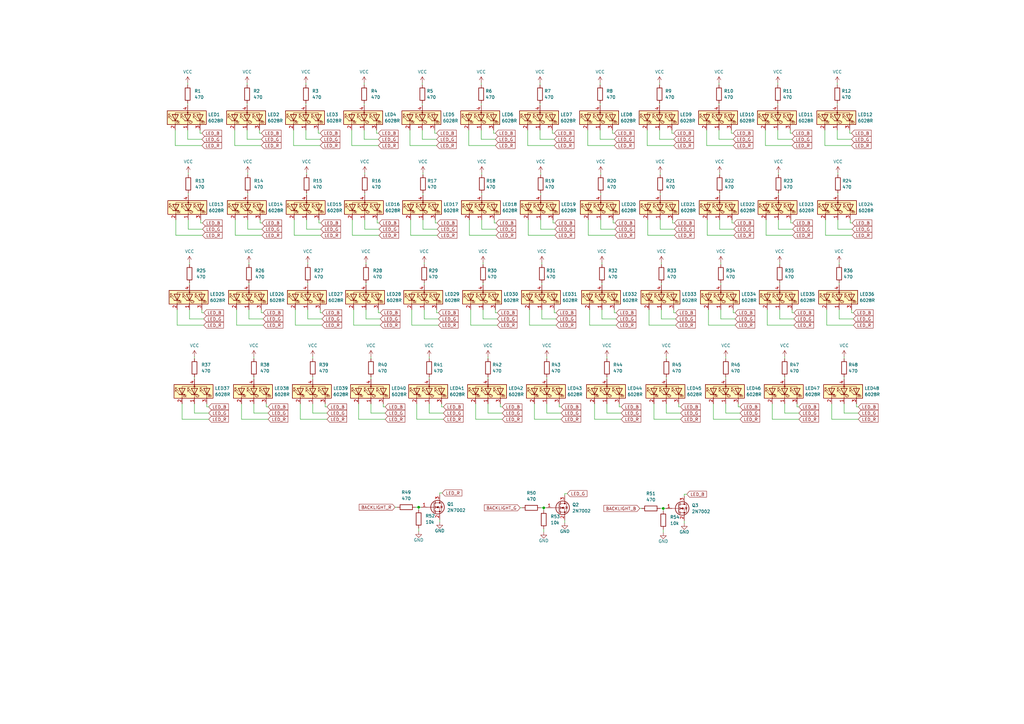
<source format=kicad_sch>
(kicad_sch (version 20211123) (generator eeschema)
  (paper "A3")
  (junction (at 171.704 208.026))
  (junction (at 223.012 208.28))
  (junction (at 272.034 208.534))
  (wire (pts (xy 246.38 93.98) (xy 246.38 90.17)))
  (wire (pts (xy 290.576 133.35) (xy 290.576 127)))
  (wire (pts (xy 272.034 217.17) (xy 272.034 218.44)))
  (wire (pts (xy 254.762 166.878) (xy 254 166.878)))
  (wire (pts (xy 276.352 127) (xy 276.352 128.27)))
  (wire (pts (xy 126.238 130.81) (xy 126.238 127)))
  (wire (pts (xy 348.488 53.34) (xy 348.488 54.61)))
  (wire (pts (xy 203.454 91.44) (xy 202.692 91.44)))
  (wire (pts (xy 321.818 154.686) (xy 321.818 155.448)))
  (wire (pts (xy 180.34 213.106) (xy 180.34 214.122)))
  (wire (pts (xy 157.988 166.878) (xy 157.226 166.878)))
  (wire (pts (xy 198.12 130.81) (xy 198.12 127)))
  (wire (pts (xy 152.146 169.418) (xy 152.146 165.608)))
  (wire (pts (xy 155.448 93.98) (xy 149.606 93.98)))
  (wire (pts (xy 254.762 171.958) (xy 243.84 171.958)))
  (wire (pts (xy 300.736 127) (xy 300.736 128.27)))
  (wire (pts (xy 344.17 116.078) (xy 344.17 116.84)))
  (wire (pts (xy 162.052 208.026) (xy 162.814 208.026)))
  (wire (pts (xy 276.352 59.69) (xy 265.43 59.69)))
  (wire (pts (xy 343.662 70.866) (xy 343.662 71.628)))
  (wire (pts (xy 246.126 42.418) (xy 246.126 43.18)))
  (wire (pts (xy 155.194 127) (xy 155.194 128.27)))
  (wire (pts (xy 197.612 70.866) (xy 197.612 71.628)))
  (wire (pts (xy 229.362 165.608) (xy 229.362 166.878)))
  (wire (pts (xy 107.95 133.35) (xy 97.028 133.35)))
  (wire (pts (xy 319.024 42.418) (xy 319.024 43.18)))
  (wire (pts (xy 107.442 96.52) (xy 96.52 96.52)))
  (wire (pts (xy 213.36 208.28) (xy 214.122 208.28)))
  (wire (pts (xy 170.434 208.026) (xy 171.704 208.026)))
  (wire (pts (xy 149.352 42.418) (xy 149.352 43.18)))
  (wire (pts (xy 222.25 130.81) (xy 222.25 127)))
  (wire (pts (xy 251.968 127) (xy 251.968 128.27)))
  (wire (pts (xy 341.122 171.958) (xy 341.122 165.608)))
  (wire (pts (xy 155.448 91.44) (xy 154.686 91.44)))
  (wire (pts (xy 349.504 91.44) (xy 348.742 91.44)))
  (wire (pts (xy 102.108 107.696) (xy 102.108 108.458)))
  (wire (pts (xy 243.84 171.958) (xy 243.84 165.608)))
  (wire (pts (xy 270.51 34.036) (xy 270.51 34.798)))
  (wire (pts (xy 254 165.608) (xy 254 166.878)))
  (wire (pts (xy 203.2 127) (xy 203.2 128.27)))
  (wire (pts (xy 205.232 165.608) (xy 205.232 166.878)))
  (wire (pts (xy 82.296 90.17) (xy 82.296 91.44)))
  (wire (pts (xy 301.498 128.27) (xy 300.736 128.27)))
  (wire (pts (xy 82.804 57.15) (xy 76.962 57.15)))
  (wire (pts (xy 96.52 96.52) (xy 96.52 90.17)))
  (wire (pts (xy 125.73 93.98) (xy 125.73 90.17)))
  (wire (pts (xy 295.148 70.866) (xy 295.148 71.628)))
  (wire (pts (xy 231.648 203.2) (xy 231.648 202.438)))
  (wire (pts (xy 123.19 171.958) (xy 123.19 165.608)))
  (wire (pts (xy 152.146 146.304) (xy 152.146 147.066)))
  (wire (pts (xy 125.476 34.036) (xy 125.476 34.798)))
  (wire (pts (xy 216.662 96.52) (xy 216.662 90.17)))
  (wire (pts (xy 157.988 169.418) (xy 152.146 169.418)))
  (wire (pts (xy 251.968 59.69) (xy 241.046 59.69)))
  (wire (pts (xy 228.092 130.81) (xy 222.25 130.81)))
  (wire (pts (xy 273.304 154.686) (xy 273.304 155.448)))
  (wire (pts (xy 349.25 127) (xy 349.25 128.27)))
  (wire (pts (xy 295.656 116.078) (xy 295.656 116.84)))
  (wire (pts (xy 109.982 171.958) (xy 99.06 171.958)))
  (wire (pts (xy 173.482 70.866) (xy 173.482 71.628)))
  (wire (pts (xy 270.51 57.15) (xy 270.51 53.34)))
  (wire (pts (xy 125.476 42.418) (xy 125.476 43.18)))
  (wire (pts (xy 149.352 34.036) (xy 149.352 34.798)))
  (wire (pts (xy 102.108 116.078) (xy 102.108 116.84)))
  (wire (pts (xy 338.582 96.52) (xy 338.582 90.17)))
  (wire (pts (xy 79.756 169.418) (xy 79.756 165.608)))
  (wire (pts (xy 324.866 59.69) (xy 313.944 59.69)))
  (wire (pts (xy 319.278 79.248) (xy 319.278 80.01)))
  (wire (pts (xy 224.282 154.686) (xy 224.282 155.448)))
  (wire (pts (xy 254.762 169.418) (xy 248.92 169.418)))
  (wire (pts (xy 149.352 57.15) (xy 149.352 53.34)))
  (wire (pts (xy 278.384 165.608) (xy 278.384 166.878)))
  (wire (pts (xy 352.044 169.418) (xy 346.202 169.418)))
  (wire (pts (xy 324.866 54.61) (xy 324.104 54.61)))
  (wire (pts (xy 303.53 171.958) (xy 292.608 171.958)))
  (wire (pts (xy 83.058 93.98) (xy 77.216 93.98)))
  (wire (pts (xy 203.962 133.35) (xy 193.04 133.35)))
  (wire (pts (xy 227.584 93.98) (xy 221.742 93.98)))
  (wire (pts (xy 270.764 208.534) (xy 272.034 208.534)))
  (wire (pts (xy 179.832 128.27) (xy 179.07 128.27)))
  (wire (pts (xy 265.43 59.69) (xy 265.43 53.34)))
  (wire (pts (xy 319.278 70.866) (xy 319.278 71.628)))
  (wire (pts (xy 228.092 133.35) (xy 217.17 133.35)))
  (wire (pts (xy 327.66 169.418) (xy 321.818 169.418)))
  (wire (pts (xy 198.12 116.078) (xy 198.12 116.84)))
  (wire (pts (xy 85.598 166.878) (xy 84.836 166.878)))
  (wire (pts (xy 227.584 96.52) (xy 216.662 96.52)))
  (wire (pts (xy 76.962 57.15) (xy 76.962 53.34)))
  (wire (pts (xy 219.202 171.958) (xy 219.202 165.608)))
  (wire (pts (xy 241.046 59.69) (xy 241.046 53.34)))
  (wire (pts (xy 277.114 128.27) (xy 276.352 128.27)))
  (wire (pts (xy 277.114 130.81) (xy 271.272 130.81)))
  (wire (pts (xy 74.676 171.958) (xy 74.676 165.608)))
  (wire (pts (xy 96.266 59.69) (xy 96.266 53.34)))
  (wire (pts (xy 319.024 34.036) (xy 319.024 34.798)))
  (wire (pts (xy 349.25 59.69) (xy 338.328 59.69)))
  (wire (pts (xy 221.742 208.28) (xy 223.012 208.28)))
  (wire (pts (xy 134.112 171.958) (xy 123.19 171.958)))
  (wire (pts (xy 276.606 93.98) (xy 270.764 93.98)))
  (wire (pts (xy 217.17 133.35) (xy 217.17 127)))
  (wire (pts (xy 227.33 57.15) (xy 221.488 57.15)))
  (wire (pts (xy 327.66 166.878) (xy 326.898 166.878)))
  (wire (pts (xy 77.724 116.078) (xy 77.724 116.84)))
  (wire (pts (xy 82.042 53.34) (xy 82.042 54.61)))
  (wire (pts (xy 339.09 133.35) (xy 339.09 127)))
  (wire (pts (xy 301.498 133.35) (xy 290.576 133.35)))
  (wire (pts (xy 154.686 90.17) (xy 154.686 91.44)))
  (wire (pts (xy 300.228 90.17) (xy 300.228 91.44)))
  (wire (pts (xy 252.222 91.44) (xy 251.46 91.44)))
  (wire (pts (xy 300.99 91.44) (xy 300.228 91.44)))
  (wire (pts (xy 101.6 79.248) (xy 101.6 80.01)))
  (wire (pts (xy 134.112 169.418) (xy 128.27 169.418)))
  (wire (pts (xy 157.226 165.608) (xy 157.226 166.878)))
  (wire (pts (xy 85.598 171.958) (xy 74.676 171.958)))
  (wire (pts (xy 128.27 154.686) (xy 128.27 155.448)))
  (wire (pts (xy 179.07 54.61) (xy 178.308 54.61)))
  (wire (pts (xy 195.072 171.958) (xy 195.072 165.608)))
  (wire (pts (xy 155.956 130.81) (xy 150.114 130.81)))
  (wire (pts (xy 226.568 53.34) (xy 226.568 54.61)))
  (wire (pts (xy 150.114 130.81) (xy 150.114 127)))
  (wire (pts (xy 145.034 133.35) (xy 145.034 127)))
  (wire (pts (xy 290.068 96.52) (xy 290.068 90.17)))
  (wire (pts (xy 131.572 93.98) (xy 125.73 93.98)))
  (wire (pts (xy 346.202 146.304) (xy 346.202 147.066)))
  (wire (pts (xy 226.822 90.17) (xy 226.822 91.44)))
  (wire (pts (xy 77.216 93.98) (xy 77.216 90.17)))
  (wire (pts (xy 350.012 128.27) (xy 349.25 128.27)))
  (wire (pts (xy 301.498 130.81) (xy 295.656 130.81)))
  (wire (pts (xy 173.99 107.696) (xy 173.99 108.458)))
  (wire (pts (xy 85.598 169.418) (xy 79.756 169.418)))
  (wire (pts (xy 313.944 59.69) (xy 313.944 53.34)))
  (wire (pts (xy 155.956 128.27) (xy 155.194 128.27)))
  (wire (pts (xy 179.07 127) (xy 179.07 128.27)))
  (wire (pts (xy 76.962 42.418) (xy 76.962 43.18)))
  (wire (pts (xy 321.818 146.304) (xy 321.818 147.066)))
  (wire (pts (xy 155.956 133.35) (xy 145.034 133.35)))
  (wire (pts (xy 295.148 93.98) (xy 295.148 90.17)))
  (wire (pts (xy 126.238 107.696) (xy 126.238 108.458)))
  (wire (pts (xy 268.224 171.958) (xy 268.224 165.608)))
  (wire (pts (xy 181.864 171.958) (xy 170.942 171.958)))
  (wire (pts (xy 246.126 34.036) (xy 246.126 34.798)))
  (wire (pts (xy 216.408 59.69) (xy 216.408 53.34)))
  (wire (pts (xy 132.08 133.35) (xy 121.158 133.35)))
  (wire (pts (xy 77.216 70.866) (xy 77.216 71.628)))
  (wire (pts (xy 109.22 165.608) (xy 109.22 166.878)))
  (wire (pts (xy 180.34 202.946) (xy 180.34 202.184)))
  (wire (pts (xy 144.272 59.69) (xy 144.272 53.34)))
  (wire (pts (xy 178.308 53.34) (xy 178.308 54.61)))
  (wire (pts (xy 321.818 169.418) (xy 321.818 165.608)))
  (wire (pts (xy 227.33 59.69) (xy 216.408 59.69)))
  (wire (pts (xy 84.836 165.608) (xy 84.836 166.878)))
  (wire (pts (xy 270.764 79.248) (xy 270.764 80.01)))
  (wire (pts (xy 107.188 57.15) (xy 101.346 57.15)))
  (wire (pts (xy 173.482 93.98) (xy 173.482 90.17)))
  (wire (pts (xy 222.25 116.078) (xy 222.25 116.84)))
  (wire (pts (xy 279.146 171.958) (xy 268.224 171.958)))
  (wire (pts (xy 131.572 96.52) (xy 120.65 96.52)))
  (wire (pts (xy 270.51 42.418) (xy 270.51 43.18)))
  (wire (pts (xy 295.148 79.248) (xy 295.148 80.01)))
  (wire (pts (xy 203.962 128.27) (xy 203.2 128.27)))
  (wire (pts (xy 197.358 57.15) (xy 197.358 53.34)))
  (wire (pts (xy 104.14 146.304) (xy 104.14 147.066)))
  (wire (pts (xy 171.704 208.026) (xy 171.704 209.042)))
  (wire (pts (xy 120.396 59.69) (xy 120.396 53.34)))
  (wire (pts (xy 197.612 79.248) (xy 197.612 80.01)))
  (wire (pts (xy 325.12 91.44) (xy 324.358 91.44)))
  (wire (pts (xy 246.126 57.15) (xy 246.126 53.34)))
  (wire (pts (xy 230.124 166.878) (xy 229.362 166.878)))
  (wire (pts (xy 192.278 59.69) (xy 192.278 53.34)))
  (wire (pts (xy 276.606 91.44) (xy 275.844 91.44)))
  (wire (pts (xy 193.04 133.35) (xy 193.04 127)))
  (wire (pts (xy 131.318 127) (xy 131.318 128.27)))
  (wire (pts (xy 171.704 208.026) (xy 172.72 208.026)))
  (wire (pts (xy 128.27 146.304) (xy 128.27 147.066)))
  (wire (pts (xy 275.59 53.34) (xy 275.59 54.61)))
  (wire (pts (xy 262.382 208.534) (xy 263.144 208.534)))
  (wire (pts (xy 294.894 34.036) (xy 294.894 34.798)))
  (wire (pts (xy 179.07 57.15) (xy 173.228 57.15)))
  (wire (pts (xy 300.736 59.69) (xy 289.814 59.69)))
  (wire (pts (xy 178.562 90.17) (xy 178.562 91.44)))
  (wire (pts (xy 251.206 53.34) (xy 251.206 54.61)))
  (wire (pts (xy 203.2 57.15) (xy 197.358 57.15)))
  (wire (pts (xy 303.53 166.878) (xy 302.768 166.878)))
  (wire (pts (xy 77.724 130.81) (xy 77.724 127)))
  (wire (pts (xy 205.994 166.878) (xy 205.232 166.878)))
  (wire (pts (xy 83.566 133.35) (xy 72.644 133.35)))
  (wire (pts (xy 107.95 128.27) (xy 107.188 128.27)))
  (wire (pts (xy 227.33 127) (xy 227.33 128.27)))
  (wire (pts (xy 173.228 42.418) (xy 173.228 43.18)))
  (wire (pts (xy 176.022 146.304) (xy 176.022 147.066)))
  (wire (pts (xy 319.786 130.81) (xy 319.786 127)))
  (wire (pts (xy 303.53 169.418) (xy 297.688 169.418)))
  (wire (pts (xy 131.572 91.44) (xy 130.81 91.44)))
  (wire (pts (xy 101.6 70.866) (xy 101.6 71.628)))
  (wire (pts (xy 276.352 54.61) (xy 275.59 54.61)))
  (wire (pts (xy 200.152 154.686) (xy 200.152 155.448)))
  (wire (pts (xy 180.34 202.184) (xy 181.356 202.184)))
  (wire (pts (xy 246.888 130.81) (xy 246.888 127)))
  (wire (pts (xy 121.158 133.35) (xy 121.158 127)))
  (wire (pts (xy 76.962 34.036) (xy 76.962 34.798)))
  (wire (pts (xy 222.25 107.696) (xy 222.25 108.458)))
  (wire (pts (xy 168.91 133.35) (xy 168.91 127)))
  (wire (pts (xy 248.92 154.686) (xy 248.92 155.448)))
  (wire (pts (xy 130.81 90.17) (xy 130.81 91.44)))
  (wire (pts (xy 230.124 171.958) (xy 219.202 171.958)))
  (wire (pts (xy 224.282 169.418) (xy 224.282 165.608)))
  (wire (pts (xy 294.894 57.15) (xy 294.894 53.34)))
  (wire (pts (xy 343.662 79.248) (xy 343.662 80.01)))
  (wire (pts (xy 203.962 130.81) (xy 198.12 130.81)))
  (wire (pts (xy 221.742 79.248) (xy 221.742 80.01)))
  (wire (pts (xy 107.442 91.44) (xy 106.68 91.44)))
  (wire (pts (xy 265.684 96.52) (xy 265.684 90.17)))
  (wire (pts (xy 179.324 91.44) (xy 178.562 91.44)))
  (wire (pts (xy 168.402 96.52) (xy 168.402 90.17)))
  (wire (pts (xy 352.044 171.958) (xy 341.122 171.958)))
  (wire (pts (xy 72.644 133.35) (xy 72.644 127)))
  (wire (pts (xy 325.628 133.35) (xy 314.706 133.35)))
  (wire (pts (xy 203.2 54.61) (xy 202.438 54.61)))
  (wire (pts (xy 325.628 130.81) (xy 319.786 130.81)))
  (wire (pts (xy 128.27 169.418) (xy 128.27 165.608)))
  (wire (pts (xy 294.894 42.418) (xy 294.894 43.18)))
  (wire (pts (xy 107.188 59.69) (xy 96.266 59.69)))
  (wire (pts (xy 82.804 127) (xy 82.804 128.27)))
  (wire (pts (xy 198.12 107.696) (xy 198.12 108.458)))
  (wire (pts (xy 276.352 57.15) (xy 270.51 57.15)))
  (wire (pts (xy 351.282 165.608) (xy 351.282 166.878)))
  (wire (pts (xy 82.804 54.61) (xy 82.042 54.61)))
  (wire (pts (xy 83.058 91.44) (xy 82.296 91.44)))
  (wire (pts (xy 155.194 59.69) (xy 144.272 59.69)))
  (wire (pts (xy 107.188 127) (xy 107.188 128.27)))
  (wire (pts (xy 203.454 96.52) (xy 192.532 96.52)))
  (wire (pts (xy 107.188 54.61) (xy 106.426 54.61)))
  (wire (pts (xy 246.888 116.078) (xy 246.888 116.84)))
  (wire (pts (xy 125.73 70.866) (xy 125.73 71.628)))
  (wire (pts (xy 130.556 53.34) (xy 130.556 54.61)))
  (wire (pts (xy 223.012 208.28) (xy 223.012 209.296)))
  (wire (pts (xy 273.304 169.418) (xy 273.304 165.608)))
  (wire (pts (xy 109.982 169.418) (xy 104.14 169.418)))
  (wire (pts (xy 200.152 169.418) (xy 200.152 165.608)))
  (wire (pts (xy 338.328 59.69) (xy 338.328 53.34)))
  (wire (pts (xy 343.408 42.418) (xy 343.408 43.18)))
  (wire (pts (xy 83.566 130.81) (xy 77.724 130.81)))
  (wire (pts (xy 179.832 130.81) (xy 173.99 130.81)))
  (wire (pts (xy 300.736 57.15) (xy 294.894 57.15)))
  (wire (pts (xy 324.866 127) (xy 324.866 128.27)))
  (wire (pts (xy 325.628 128.27) (xy 324.866 128.27)))
  (wire (pts (xy 173.228 34.036) (xy 173.228 34.798)))
  (wire (pts (xy 171.704 216.662) (xy 171.704 217.932)))
  (wire (pts (xy 246.888 107.696) (xy 246.888 108.458)))
  (wire (pts (xy 197.358 34.036) (xy 197.358 34.798)))
  (wire (pts (xy 251.968 54.61) (xy 251.206 54.61)))
  (wire (pts (xy 221.488 57.15) (xy 221.488 53.34)))
  (wire (pts (xy 349.504 96.52) (xy 338.582 96.52)))
  (wire (pts (xy 173.228 57.15) (xy 173.228 53.34)))
  (wire (pts (xy 79.756 154.686) (xy 79.756 155.448)))
  (wire (pts (xy 280.67 213.614) (xy 280.67 214.63)))
  (wire (pts (xy 346.202 169.418) (xy 346.202 165.608)))
  (wire (pts (xy 101.346 57.15) (xy 101.346 53.34)))
  (wire (pts (xy 154.432 53.34) (xy 154.432 54.61)))
  (wire (pts (xy 134.112 166.878) (xy 133.35 166.878)))
  (wire (pts (xy 131.318 59.69) (xy 120.396 59.69)))
  (wire (pts (xy 343.662 93.98) (xy 343.662 90.17)))
  (wire (pts (xy 173.99 116.078) (xy 173.99 116.84)))
  (wire (pts (xy 221.742 70.866) (xy 221.742 71.628)))
  (wire (pts (xy 125.476 57.15) (xy 125.476 53.34)))
  (wire (pts (xy 109.982 166.878) (xy 109.22 166.878)))
  (wire (pts (xy 149.606 79.248) (xy 149.606 80.01)))
  (wire (pts (xy 120.65 96.52) (xy 120.65 90.17)))
  (wire (pts (xy 101.346 34.036) (xy 101.346 34.798)))
  (wire (pts (xy 82.804 59.69) (xy 71.882 59.69)))
  (wire (pts (xy 327.66 171.958) (xy 316.738 171.958)))
  (wire (pts (xy 179.07 59.69) (xy 168.148 59.69)))
  (wire (pts (xy 125.73 79.248) (xy 125.73 80.01)))
  (wire (pts (xy 349.504 93.98) (xy 343.662 93.98)))
  (wire (pts (xy 280.67 203.454) (xy 280.67 202.692)))
  (wire (pts (xy 349.25 57.15) (xy 343.408 57.15)))
  (wire (pts (xy 273.304 146.304) (xy 273.304 147.066)))
  (wire (pts (xy 350.012 133.35) (xy 339.09 133.35)))
  (wire (pts (xy 246.38 70.866) (xy 246.38 71.628)))
  (wire (pts (xy 295.656 107.696) (xy 295.656 108.458)))
  (wire (pts (xy 272.034 208.534) (xy 273.05 208.534)))
  (wire (pts (xy 227.584 91.44) (xy 226.822 91.44)))
  (wire (pts (xy 326.898 165.608) (xy 326.898 166.878)))
  (wire (pts (xy 97.028 133.35) (xy 97.028 127)))
  (wire (pts (xy 352.044 166.878) (xy 351.282 166.878)))
  (wire (pts (xy 297.688 169.418) (xy 297.688 165.608)))
  (wire (pts (xy 252.73 130.81) (xy 246.888 130.81)))
  (wire (pts (xy 276.606 96.52) (xy 265.684 96.52)))
  (wire (pts (xy 324.358 90.17) (xy 324.358 91.44)))
  (wire (pts (xy 271.272 107.696) (xy 271.272 108.458)))
  (wire (pts (xy 223.012 216.916) (xy 223.012 218.186)))
  (wire (pts (xy 223.012 208.28) (xy 224.028 208.28)))
  (wire (pts (xy 205.994 171.958) (xy 195.072 171.958)))
  (wire (pts (xy 152.146 154.686) (xy 152.146 155.448)))
  (wire (pts (xy 252.73 128.27) (xy 251.968 128.27)))
  (wire (pts (xy 324.866 57.15) (xy 319.024 57.15)))
  (wire (pts (xy 221.488 34.036) (xy 221.488 34.798)))
  (wire (pts (xy 203.454 93.98) (xy 197.612 93.98)))
  (wire (pts (xy 325.12 93.98) (xy 319.278 93.98)))
  (wire (pts (xy 71.882 59.69) (xy 71.882 53.34)))
  (wire (pts (xy 197.358 42.418) (xy 197.358 43.18)))
  (wire (pts (xy 83.058 96.52) (xy 72.136 96.52)))
  (wire (pts (xy 292.608 171.958) (xy 292.608 165.608)))
  (wire (pts (xy 270.764 93.98) (xy 270.764 90.17)))
  (wire (pts (xy 302.768 165.608) (xy 302.768 166.878)))
  (wire (pts (xy 246.38 79.248) (xy 246.38 80.01)))
  (wire (pts (xy 168.148 59.69) (xy 168.148 53.34)))
  (wire (pts (xy 272.034 208.534) (xy 272.034 209.55)))
  (wire (pts (xy 319.024 57.15) (xy 319.024 53.34)))
  (wire (pts (xy 266.192 133.35) (xy 266.192 127)))
  (wire (pts (xy 252.73 133.35) (xy 241.808 133.35)))
  (wire (pts (xy 252.222 93.98) (xy 246.38 93.98)))
  (wire (pts (xy 300.736 54.61) (xy 299.974 54.61)))
  (wire (pts (xy 251.968 57.15) (xy 246.126 57.15)))
  (wire (pts (xy 325.12 96.52) (xy 314.198 96.52)))
  (wire (pts (xy 155.448 96.52) (xy 144.526 96.52)))
  (wire (pts (xy 155.194 54.61) (xy 154.432 54.61)))
  (wire (pts (xy 150.114 116.078) (xy 150.114 116.84)))
  (wire (pts (xy 230.124 169.418) (xy 224.282 169.418)))
  (wire (pts (xy 79.756 146.304) (xy 79.756 147.066)))
  (wire (pts (xy 102.108 130.81) (xy 102.108 127)))
  (wire (pts (xy 104.14 169.418) (xy 104.14 165.608)))
  (wire (pts (xy 314.706 133.35) (xy 314.706 127)))
  (wire (pts (xy 248.92 146.304) (xy 248.92 147.066)))
  (wire (pts (xy 343.408 34.036) (xy 343.408 34.798)))
  (wire (pts (xy 200.152 146.304) (xy 200.152 147.066)))
  (wire (pts (xy 106.426 53.34) (xy 106.426 54.61)))
  (wire (pts (xy 324.104 53.34) (xy 324.104 54.61)))
  (wire (pts (xy 279.146 166.878) (xy 278.384 166.878)))
  (wire (pts (xy 241.3 96.52) (xy 241.3 90.17)))
  (wire (pts (xy 132.08 130.81) (xy 126.238 130.81)))
  (wire (pts (xy 344.17 107.696) (xy 344.17 108.458)))
  (wire (pts (xy 300.99 93.98) (xy 295.148 93.98)))
  (wire (pts (xy 107.442 93.98) (xy 101.6 93.98)))
  (wire (pts (xy 343.408 57.15) (xy 343.408 53.34)))
  (wire (pts (xy 319.786 107.696) (xy 319.786 108.458)))
  (wire (pts (xy 279.146 169.418) (xy 273.304 169.418)))
  (wire (pts (xy 202.692 90.17) (xy 202.692 91.44)))
  (wire (pts (xy 150.114 107.696) (xy 150.114 108.458)))
  (wire (pts (xy 149.606 93.98) (xy 149.606 90.17)))
  (wire (pts (xy 77.216 79.248) (xy 77.216 80.01)))
  (wire (pts (xy 319.278 93.98) (xy 319.278 90.17)))
  (wire (pts (xy 241.808 133.35) (xy 241.808 127)))
  (wire (pts (xy 350.012 130.81) (xy 344.17 130.81)))
  (wire (pts (xy 77.724 107.696) (xy 77.724 108.458)))
  (wire (pts (xy 300.99 96.52) (xy 290.068 96.52)))
  (wire (pts (xy 173.99 130.81) (xy 173.99 127)))
  (wire (pts (xy 295.656 130.81) (xy 295.656 127)))
  (wire (pts (xy 316.738 171.958) (xy 316.738 165.608)))
  (wire (pts (xy 179.324 93.98) (xy 173.482 93.98)))
  (wire (pts (xy 104.14 154.686) (xy 104.14 155.448)))
  (wire (pts (xy 299.974 53.34) (xy 299.974 54.61)))
  (wire (pts (xy 132.08 128.27) (xy 131.318 128.27)))
  (wire (pts (xy 228.092 128.27) (xy 227.33 128.27)))
  (wire (pts (xy 348.742 90.17) (xy 348.742 91.44)))
  (wire (pts (xy 149.606 70.866) (xy 149.606 71.628)))
  (wire (pts (xy 270.764 70.866) (xy 270.764 71.628)))
  (wire (pts (xy 280.67 202.692) (xy 281.686 202.692)))
  (wire (pts (xy 275.844 90.17) (xy 275.844 91.44)))
  (wire (pts (xy 289.814 59.69) (xy 289.814 53.34)))
  (wire (pts (xy 224.282 146.304) (xy 224.282 147.066)))
  (wire (pts (xy 173.482 79.248) (xy 173.482 80.01)))
  (wire (pts (xy 314.198 96.52) (xy 314.198 90.17)))
  (wire (pts (xy 203.2 59.69) (xy 192.278 59.69)))
  (wire (pts (xy 349.25 54.61) (xy 348.488 54.61)))
  (wire (pts (xy 133.35 165.608) (xy 133.35 166.878)))
  (wire (pts (xy 181.102 165.608) (xy 181.102 166.878)))
  (wire (pts (xy 179.324 96.52) (xy 168.402 96.52)))
  (wire (pts (xy 221.488 42.418) (xy 221.488 43.18)))
  (wire (pts (xy 251.46 90.17) (xy 251.46 91.44)))
  (wire (pts (xy 227.33 54.61) (xy 226.568 54.61)))
  (wire (pts (xy 101.6 93.98) (xy 101.6 90.17)))
  (wire (pts (xy 126.238 116.078) (xy 126.238 116.84)))
  (wire (pts (xy 99.06 171.958) (xy 99.06 165.608)))
  (wire (pts (xy 231.648 213.36) (xy 231.648 214.376)))
  (wire (pts (xy 179.832 133.35) (xy 168.91 133.35)))
  (wire (pts (xy 131.318 57.15) (xy 125.476 57.15)))
  (wire (pts (xy 344.17 130.81) (xy 344.17 127)))
  (wire (pts (xy 197.612 93.98) (xy 197.612 90.17)))
  (wire (pts (xy 131.318 54.61) (xy 130.556 54.61)))
  (wire (pts (xy 297.688 154.686) (xy 297.688 155.448)))
  (wire (pts (xy 101.346 42.418) (xy 101.346 43.18)))
  (wire (pts (xy 277.114 133.35) (xy 266.192 133.35)))
  (wire (pts (xy 107.95 130.81) (xy 102.108 130.81)))
  (wire (pts (xy 271.272 116.078) (xy 271.272 116.84)))
  (wire (pts (xy 176.022 169.418) (xy 176.022 165.608)))
  (wire (pts (xy 248.92 169.418) (xy 248.92 165.608)))
  (wire (pts (xy 181.864 166.878) (xy 181.102 166.878)))
  (wire (pts (xy 205.994 169.418) (xy 200.152 169.418)))
  (wire (pts (xy 192.532 96.52) (xy 192.532 90.17)))
  (wire (pts (xy 83.566 128.27) (xy 82.804 128.27)))
  (wire (pts (xy 155.194 57.15) (xy 149.352 57.15)))
  (wire (pts (xy 252.222 96.52) (xy 241.3 96.52)))
  (wire (pts (xy 72.136 96.52) (xy 72.136 90.17)))
  (wire (pts (xy 271.272 130.81) (xy 271.272 127)))
  (wire (pts (xy 157.988 171.958) (xy 147.066 171.958)))
  (wire (pts (xy 221.742 93.98) (xy 221.742 90.17)))
  (wire (pts (xy 202.438 53.34) (xy 202.438 54.61)))
  (wire (pts (xy 231.648 202.438) (xy 232.664 202.438)))
  (wire (pts (xy 147.066 171.958) (xy 147.066 165.608)))
  (wire (pts (xy 176.022 154.686) (xy 176.022 155.448)))
  (wire (pts (xy 170.942 171.958) (xy 170.942 165.608)))
  (wire (pts (xy 181.864 169.418) (xy 176.022 169.418)))
  (wire (pts (xy 319.786 116.078) (xy 319.786 116.84)))
  (wire (pts (xy 346.202 154.686) (xy 346.202 155.448)))
  (wire (pts (xy 106.68 90.17) (xy 106.68 91.44)))
  (wire (pts (xy 297.688 146.304) (xy 297.688 147.066)))
  (wire (pts (xy 144.526 96.52) (xy 144.526 90.17)))
  (global_label "LED_G" (shape input) (at 107.95 130.81 0) (property "Referências entre as folhas" "${INTERSHEET_REFS}" (effects hide)))
  (global_label "LED_B" (shape input) (at 131.318 54.61 0) (property "Referências entre as folhas" "${INTERSHEET_REFS}" (effects hide)))
  (global_label "LED_R" (shape input) (at 301.498 133.35 0) (property "Referências entre as folhas" "${INTERSHEET_REFS}" (effects hide)))
  (global_label "LED_G" (shape input) (at 303.53 169.418 0) (property "Referências entre as folhas" "${INTERSHEET_REFS}" (effects hide)))
  (global_label "LED_R" (shape input) (at 179.324 96.52 0) (property "Referências entre as folhas" "${INTERSHEET_REFS}" (effects hide)))
  (global_label "LED_G" (shape input) (at 350.012 130.81 0) (property "Referências entre as folhas" "${INTERSHEET_REFS}" (effects hide)))
  (global_label "LED_G" (shape input) (at 227.584 93.98 0) (property "Referências entre as folhas" "${INTERSHEET_REFS}" (effects hide)))
  (global_label "LED_R" (shape input) (at 181.864 171.958 0) (property "Referências entre as folhas" "${INTERSHEET_REFS}" (effects hide)))
  (global_label "LED_B" (shape input) (at 155.448 91.44 0) (property "Referências entre as folhas" "${INTERSHEET_REFS}" (effects hide)))
  (global_label "LED_B" (shape input) (at 281.686 202.692 0) (property "Referências entre as folhas" "${INTERSHEET_REFS}" (effects hide)))
  (global_label "LED_R" (shape input) (at 349.25 59.69 0) (property "Referências entre as folhas" "${INTERSHEET_REFS}" (effects hide)))
  (global_label "LED_R" (shape input) (at 279.146 171.958 0) (property "Referências entre as folhas" "${INTERSHEET_REFS}" (effects hide)))
  (global_label "LED_B" (shape input) (at 157.988 166.878 0) (property "Referências entre as folhas" "${INTERSHEET_REFS}" (effects hide)))
  (global_label "LED_B" (shape input) (at 301.498 128.27 0) (property "Referências entre as folhas" "${INTERSHEET_REFS}" (effects hide)))
  (global_label "LED_R" (shape input) (at 227.584 96.52 0) (property "Referências entre as folhas" "${INTERSHEET_REFS}" (effects hide)))
  (global_label "LED_R" (shape input) (at 230.124 171.958 0) (property "Referências entre as folhas" "${INTERSHEET_REFS}" (effects hide)))
  (global_label "LED_R" (shape input) (at 325.628 133.35 0) (property "Referências entre as folhas" "${INTERSHEET_REFS}" (effects hide)))
  (global_label "LED_R" (shape input) (at 179.07 59.69 0) (property "Referências entre as folhas" "${INTERSHEET_REFS}" (effects hide)))
  (global_label "LED_R" (shape input) (at 155.956 133.35 0) (property "Referências entre as folhas" "${INTERSHEET_REFS}" (effects hide)))
  (global_label "LED_R" (shape input) (at 109.982 171.958 0) (property "Referências entre as folhas" "${INTERSHEET_REFS}" (effects hide)))
  (global_label "LED_B" (shape input) (at 205.994 166.878 0) (property "Referências entre as folhas" "${INTERSHEET_REFS}" (effects hide)))
  (global_label "LED_G" (shape input) (at 251.968 57.15 0) (property "Referências entre as folhas" "${INTERSHEET_REFS}" (effects hide)))
  (global_label "LED_G" (shape input) (at 276.352 57.15 0) (property "Referências entre as folhas" "${INTERSHEET_REFS}" (effects hide)))
  (global_label "LED_R" (shape input) (at 203.962 133.35 0) (property "Referências entre as folhas" "${INTERSHEET_REFS}" (effects hide)))
  (global_label "LED_G" (shape input) (at 276.606 93.98 0) (property "Referências entre as folhas" "${INTERSHEET_REFS}" (effects hide)))
  (global_label "LED_R" (shape input) (at 227.33 59.69 0) (property "Referências entre as folhas" "${INTERSHEET_REFS}" (effects hide)))
  (global_label "LED_R" (shape input) (at 131.318 59.69 0) (property "Referências entre as folhas" "${INTERSHEET_REFS}" (effects hide)))
  (global_label "LED_R" (shape input) (at 300.736 59.69 0) (property "Referências entre as folhas" "${INTERSHEET_REFS}" (effects hide)))
  (global_label "LED_G" (shape input) (at 300.736 57.15 0) (property "Referências entre as folhas" "${INTERSHEET_REFS}" (effects hide)))
  (global_label "LED_G" (shape input) (at 254.762 169.418 0) (property "Referências entre as folhas" "${INTERSHEET_REFS}" (effects hide)))
  (global_label "LED_G" (shape input) (at 227.33 57.15 0) (property "Referências entre as folhas" "${INTERSHEET_REFS}" (effects hide)))
  (global_label "LED_G" (shape input) (at 157.988 169.418 0) (property "Referências entre as folhas" "${INTERSHEET_REFS}" (effects hide)))
  (global_label "LED_B" (shape input) (at 300.99 91.44 0) (property "Referências entre as folhas" "${INTERSHEET_REFS}" (effects hide)))
  (global_label "LED_G" (shape input) (at 232.664 202.438 0) (property "Referências entre as folhas" "${INTERSHEET_REFS}" (effects hide)))
  (global_label "LED_G" (shape input) (at 325.12 93.98 0) (property "Referências entre as folhas" "${INTERSHEET_REFS}" (effects hide)))
  (global_label "LED_G" (shape input) (at 179.07 57.15 0) (property "Referências entre as folhas" "${INTERSHEET_REFS}" (effects hide)))
  (global_label "LED_R" (shape input) (at 277.114 133.35 0) (property "Referências entre as folhas" "${INTERSHEET_REFS}" (effects hide)))
  (global_label "LED_R" (shape input) (at 303.53 171.958 0) (property "Referências entre as folhas" "${INTERSHEET_REFS}" (effects hide)))
  (global_label "LED_B" (shape input) (at 352.044 166.878 0) (property "Referências entre as folhas" "${INTERSHEET_REFS}" (effects hide)))
  (global_label "LED_G" (shape input) (at 228.092 130.81 0) (property "Referências entre as folhas" "${INTERSHEET_REFS}" (effects hide)))
  (global_label "LED_R" (shape input) (at 157.988 171.958 0) (property "Referências entre as folhas" "${INTERSHEET_REFS}" (effects hide)))
  (global_label "LED_G" (shape input) (at 325.628 130.81 0) (property "Referências entre as folhas" "${INTERSHEET_REFS}" (effects hide)))
  (global_label "LED_G" (shape input) (at 179.324 93.98 0) (property "Referências entre as folhas" "${INTERSHEET_REFS}" (effects hide)))
  (global_label "LED_R" (shape input) (at 83.566 133.35 0) (property "Referências entre as folhas" "${INTERSHEET_REFS}" (effects hide)))
  (global_label "LED_B" (shape input) (at 324.866 54.61 0) (property "Referências entre as folhas" "${INTERSHEET_REFS}" (effects hide)))
  (global_label "LED_R" (shape input) (at 228.092 133.35 0) (property "Referências entre as folhas" "${INTERSHEET_REFS}" (effects hide)))
  (global_label "LED_B" (shape input) (at 203.2 54.61 0) (property "Referências entre as folhas" "${INTERSHEET_REFS}" (effects hide)))
  (global_label "LED_R" (shape input) (at 276.606 96.52 0) (property "Referências entre as folhas" "${INTERSHEET_REFS}" (effects hide)))
  (global_label "LED_B" (shape input) (at 230.124 166.878 0) (property "Referências entre as folhas" "${INTERSHEET_REFS}" (effects hide)))
  (global_label "LED_R" (shape input) (at 134.112 171.958 0) (property "Referências entre as folhas" "${INTERSHEET_REFS}" (effects hide)))
  (global_label "LED_G" (shape input) (at 131.572 93.98 0) (property "Referências entre as folhas" "${INTERSHEET_REFS}" (effects hide)))
  (global_label "LED_G" (shape input) (at 203.2 57.15 0) (property "Referências entre as folhas" "${INTERSHEET_REFS}" (effects hide)))
  (global_label "BACKLIGHT_G" (shape input) (at 213.36 208.28 180) (property "Referências entre as folhas" "${INTERSHEET_REFS}" (effects hide)))
  (global_label "LED_R" (shape input) (at 131.572 96.52 0) (property "Referências entre as folhas" "${INTERSHEET_REFS}" (effects hide)))
  (global_label "LED_R" (shape input) (at 203.2 59.69 0) (property "Referências entre as folhas" "${INTERSHEET_REFS}" (effects hide)))
  (global_label "LED_G" (shape input) (at 301.498 130.81 0) (property "Referências entre as folhas" "${INTERSHEET_REFS}" (effects hide)))
  (global_label "LED_G" (shape input) (at 352.044 169.418 0) (property "Referências entre as folhas" "${INTERSHEET_REFS}" (effects hide)))
  (global_label "LED_B" (shape input) (at 325.628 128.27 0) (property "Referências entre as folhas" "${INTERSHEET_REFS}" (effects hide)))
  (global_label "LED_G" (shape input) (at 82.804 57.15 0) (property "Referências entre as folhas" "${INTERSHEET_REFS}" (effects hide)))
  (global_label "LED_B" (shape input) (at 131.572 91.44 0) (property "Referências entre as folhas" "${INTERSHEET_REFS}" (effects hide)))
  (global_label "BACKLIGHT_B" (shape input) (at 262.382 208.534 180) (property "Referências entre as folhas" "${INTERSHEET_REFS}" (effects hide)))
  (global_label "LED_R" (shape input) (at 276.352 59.69 0) (property "Referências entre as folhas" "${INTERSHEET_REFS}" (effects hide)))
  (global_label "LED_R" (shape input) (at 82.804 59.69 0) (property "Referências entre as folhas" "${INTERSHEET_REFS}" (effects hide)))
  (global_label "LED_B" (shape input) (at 107.188 54.61 0) (property "Referências entre as folhas" "${INTERSHEET_REFS}" (effects hide)))
  (global_label "LED_B" (shape input) (at 83.058 91.44 0) (property "Referências entre as folhas" "${INTERSHEET_REFS}" (effects hide)))
  (global_label "LED_B" (shape input) (at 277.114 128.27 0) (property "Referências entre as folhas" "${INTERSHEET_REFS}" (effects hide)))
  (global_label "LED_R" (shape input) (at 107.95 133.35 0) (property "Referências entre as folhas" "${INTERSHEET_REFS}" (effects hide)))
  (global_label "LED_B" (shape input) (at 327.66 166.878 0) (property "Referências entre as folhas" "${INTERSHEET_REFS}" (effects hide)))
  (global_label "LED_R" (shape input) (at 325.12 96.52 0) (property "Referências entre as folhas" "${INTERSHEET_REFS}" (effects hide)))
  (global_label "LED_G" (shape input) (at 83.566 130.81 0) (property "Referências entre as folhas" "${INTERSHEET_REFS}" (effects hide)))
  (global_label "LED_B" (shape input) (at 85.598 166.878 0) (property "Referências entre as folhas" "${INTERSHEET_REFS}" (effects hide)))
  (global_label "LED_G" (shape input) (at 132.08 130.81 0) (property "Referências entre as folhas" "${INTERSHEET_REFS}" (effects hide)))
  (global_label "LED_B" (shape input) (at 132.08 128.27 0) (property "Referências entre as folhas" "${INTERSHEET_REFS}" (effects hide)))
  (global_label "LED_R" (shape input) (at 83.058 96.52 0) (property "Referências entre as folhas" "${INTERSHEET_REFS}" (effects hide)))
  (global_label "LED_B" (shape input) (at 251.968 54.61 0) (property "Referências entre as folhas" "${INTERSHEET_REFS}" (effects hide)))
  (global_label "LED_G" (shape input) (at 134.112 169.418 0) (property "Referências entre as folhas" "${INTERSHEET_REFS}" (effects hide)))
  (global_label "LED_B" (shape input) (at 325.12 91.44 0) (property "Referências entre as folhas" "${INTERSHEET_REFS}" (effects hide)))
  (global_label "LED_B" (shape input) (at 155.956 128.27 0) (property "Referências entre as folhas" "${INTERSHEET_REFS}" (effects hide)))
  (global_label "LED_R" (shape input) (at 155.194 59.69 0) (property "Referências entre as folhas" "${INTERSHEET_REFS}" (effects hide)))
  (global_label "LED_G" (shape input) (at 109.982 169.418 0) (property "Referências entre as folhas" "${INTERSHEET_REFS}" (effects hide)))
  (global_label "LED_G" (shape input) (at 83.058 93.98 0) (property "Referências entre as folhas" "${INTERSHEET_REFS}" (effects hide)))
  (global_label "LED_G" (shape input) (at 107.442 93.98 0) (property "Referências entre as folhas" "${INTERSHEET_REFS}" (effects hide)))
  (global_label "LED_R" (shape input) (at 107.188 59.69 0) (property "Referências entre as folhas" "${INTERSHEET_REFS}" (effects hide)))
  (global_label "LED_R" (shape input) (at 107.442 96.52 0) (property "Referências entre as folhas" "${INTERSHEET_REFS}" (effects hide)))
  (global_label "LED_B" (shape input) (at 228.092 128.27 0) (property "Referências entre as folhas" "${INTERSHEET_REFS}" (effects hide)))
  (global_label "LED_G" (shape input) (at 327.66 169.418 0) (property "Referências entre as folhas" "${INTERSHEET_REFS}" (effects hide)))
  (global_label "LED_B" (shape input) (at 349.504 91.44 0) (property "Referências entre as folhas" "${INTERSHEET_REFS}" (effects hide)))
  (global_label "LED_G" (shape input) (at 203.454 93.98 0) (property "Referências entre as folhas" "${INTERSHEET_REFS}" (effects hide)))
  (global_label "LED_B" (shape input) (at 279.146 166.878 0) (property "Referências entre as folhas" "${INTERSHEET_REFS}" (effects hide)))
  (global_label "LED_B" (shape input) (at 179.832 128.27 0) (property "Referências entre as folhas" "${INTERSHEET_REFS}" (effects hide)))
  (global_label "LED_R" (shape input) (at 179.832 133.35 0) (property "Referências entre as folhas" "${INTERSHEET_REFS}" (effects hide)))
  (global_label "LED_B" (shape input) (at 179.07 54.61 0) (property "Referências entre as folhas" "${INTERSHEET_REFS}" (effects hide)))
  (global_label "LED_G" (shape input) (at 85.598 169.418 0) (property "Referências entre as folhas" "${INTERSHEET_REFS}" (effects hide)))
  (global_label "LED_B" (shape input) (at 155.194 54.61 0) (property "Referências entre as folhas" "${INTERSHEET_REFS}" (effects hide)))
  (global_label "LED_G" (shape input) (at 349.504 93.98 0) (property "Referências entre as folhas" "${INTERSHEET_REFS}" (effects hide)))
  (global_label "LED_R" (shape input) (at 205.994 171.958 0) (property "Referências entre as folhas" "${INTERSHEET_REFS}" (effects hide)))
  (global_label "LED_B" (shape input) (at 82.804 54.61 0) (property "Referências entre as folhas" "${INTERSHEET_REFS}" (effects hide)))
  (global_label "LED_G" (shape input) (at 203.962 130.81 0) (property "Referências entre as folhas" "${INTERSHEET_REFS}" (effects hide)))
  (global_label "LED_B" (shape input) (at 254.762 166.878 0) (property "Referências entre as folhas" "${INTERSHEET_REFS}" (effects hide)))
  (global_label "LED_R" (shape input) (at 254.762 171.958 0) (property "Referências entre as folhas" "${INTERSHEET_REFS}" (effects hide)))
  (global_label "LED_G" (shape input) (at 179.832 130.81 0) (property "Referências entre as folhas" "${INTERSHEET_REFS}" (effects hide)))
  (global_label "LED_R" (shape input) (at 252.222 96.52 0) (property "Referências entre as folhas" "${INTERSHEET_REFS}" (effects hide)))
  (global_label "LED_R" (shape input) (at 324.866 59.69 0) (property "Referências entre as folhas" "${INTERSHEET_REFS}" (effects hide)))
  (global_label "LED_G" (shape input) (at 279.146 169.418 0) (property "Referências entre as folhas" "${INTERSHEET_REFS}" (effects hide)))
  (global_label "LED_G" (shape input) (at 155.956 130.81 0) (property "Referências entre as folhas" "${INTERSHEET_REFS}" (effects hide)))
  (global_label "LED_G" (shape input) (at 277.114 130.81 0) (property "Referências entre as folhas" "${INTERSHEET_REFS}" (effects hide)))
  (global_label "LED_G" (shape input) (at 181.864 169.418 0) (property "Referências entre as folhas" "${INTERSHEET_REFS}" (effects hide)))
  (global_label "LED_B" (shape input) (at 252.222 91.44 0) (property "Referências entre as folhas" "${INTERSHEET_REFS}" (effects hide)))
  (global_label "LED_B" (shape input) (at 134.112 166.878 0) (property "Referências entre as folhas" "${INTERSHEET_REFS}" (effects hide)))
  (global_label "LED_B" (shape input) (at 179.324 91.44 0) (property "Referências entre as folhas" "${INTERSHEET_REFS}" (effects hide)))
  (global_label "LED_B" (shape input) (at 349.25 54.61 0) (property "Referências entre as folhas" "${INTERSHEET_REFS}" (effects hide)))
  (global_label "LED_B" (shape input) (at 276.352 54.61 0) (property "Referências entre as folhas" "${INTERSHEET_REFS}" (effects hide)))
  (global_label "LED_G" (shape input) (at 300.99 93.98 0) (property "Referências entre as folhas" "${INTERSHEET_REFS}" (effects hide)))
  (global_label "LED_G" (shape input) (at 324.866 57.15 0) (property "Referências entre as folhas" "${INTERSHEET_REFS}" (effects hide)))
  (global_label "LED_B" (shape input) (at 107.442 91.44 0) (property "Referências entre as folhas" "${INTERSHEET_REFS}" (effects hide)))
  (global_label "LED_R" (shape input) (at 132.08 133.35 0) (property "Referências entre as folhas" "${INTERSHEET_REFS}" (effects hide)))
  (global_label "LED_B" (shape input) (at 107.95 128.27 0) (property "Referências entre as folhas" "${INTERSHEET_REFS}" (effects hide)))
  (global_label "LED_R" (shape input) (at 251.968 59.69 0) (property "Referências entre as folhas" "${INTERSHEET_REFS}" (effects hide)))
  (global_label "LED_B" (shape input) (at 350.012 128.27 0) (property "Referências entre as folhas" "${INTERSHEET_REFS}" (effects hide)))
  (global_label "LED_R" (shape input) (at 85.598 171.958 0) (property "Referências entre as folhas" "${INTERSHEET_REFS}" (effects hide)))
  (global_label "LED_B" (shape input) (at 203.962 128.27 0) (property "Referências entre as folhas" "${INTERSHEET_REFS}" (effects hide)))
  (global_label "LED_G" (shape input) (at 252.73 130.81 0) (property "Referências entre as folhas" "${INTERSHEET_REFS}" (effects hide)))
  (global_label "LED_G" (shape input) (at 107.188 57.15 0) (property "Referências entre as folhas" "${INTERSHEET_REFS}" (effects hide)))
  (global_label "LED_R" (shape input) (at 181.356 202.184 0) (property "Referências entre as folhas" "${INTERSHEET_REFS}" (effects hide)))
  (global_label "LED_R" (shape input) (at 349.504 96.52 0) (property "Referências entre as folhas" "${INTERSHEET_REFS}" (effects hide)))
  (global_label "LED_G" (shape input) (at 155.194 57.15 0) (property "Referências entre as folhas" "${INTERSHEET_REFS}" (effects hide)))
  (global_label "LED_R" (shape input) (at 327.66 171.958 0) (property "Referências entre as folhas" "${INTERSHEET_REFS}" (effects hide)))
  (global_label "LED_G" (shape input) (at 131.318 57.15 0) (property "Referências entre as folhas" "${INTERSHEET_REFS}" (effects hide)))
  (global_label "BACKLIGHT_R" (shape input) (at 162.052 208.026 180) (property "Referências entre as folhas" "${INTERSHEET_REFS}" (effects hide)))
  (global_label "LED_G" (shape input) (at 230.124 169.418 0) (property "Referências entre as folhas" "${INTERSHEET_REFS}" (effects hide)))
  (global_label "LED_R" (shape input) (at 350.012 133.35 0) (property "Referências entre as folhas" "${INTERSHEET_REFS}" (effects hide)))
  (global_label "LED_R" (shape input) (at 300.99 96.52 0) (property "Referências entre as folhas" "${INTERSHEET_REFS}" (effects hide)))
  (global_label "LED_B" (shape input) (at 83.566 128.27 0) (property "Referências entre as folhas" "${INTERSHEET_REFS}" (effects hide)))
  (global_label "LED_G" (shape input) (at 252.222 93.98 0) (property "Referências entre as folhas" "${INTERSHEET_REFS}" (effects hide)))
  (global_label "LED_G" (shape input) (at 349.25 57.15 0) (property "Referências entre as folhas" "${INTERSHEET_REFS}" (effects hide)))
  (global_label "LED_R" (shape input) (at 203.454 96.52 0) (property "Referências entre as folhas" "${INTERSHEET_REFS}" (effects hide)))
  (global_label "LED_B" (shape input) (at 303.53 166.878 0) (property "Referências entre as folhas" "${INTERSHEET_REFS}" (effects hide)))
  (global_label "LED_G" (shape input) (at 205.994 169.418 0) (property "Referências entre as folhas" "${INTERSHEET_REFS}" (effects hide)))
  (global_label "LED_B" (shape input) (at 181.864 166.878 0) (property "Referências entre as folhas" "${INTERSHEET_REFS}" (effects hide)))
  (global_label "LED_B" (shape input) (at 227.33 54.61 0) (property "Referências entre as folhas" "${INTERSHEET_REFS}" (effects hide)))
  (global_label "LED_B" (shape input) (at 300.736 54.61 0) (property "Referências entre as folhas" "${INTERSHEET_REFS}" (effects hide)))
  (global_label "LED_B" (shape input) (at 109.982 166.878 0) (property "Referências entre as folhas" "${INTERSHEET_REFS}" (effects hide)))
  (global_label "LED_B" (shape input) (at 252.73 128.27 0) (property "Referências entre as folhas" "${INTERSHEET_REFS}" (effects hide)))
  (global_label "LED_R" (shape input) (at 155.448 96.52 0) (property "Referências entre as folhas" "${INTERSHEET_REFS}" (effects hide)))
  (global_label "LED_B" (shape input) (at 203.454 91.44 0) (property "Referências entre as folhas" "${INTERSHEET_REFS}" (effects hide)))
  (global_label "LED_G" (shape input) (at 155.448 93.98 0) (property "Referências entre as folhas" "${INTERSHEET_REFS}" (effects hide)))
  (global_label "LED_B" (shape input) (at 227.584 91.44 0) (property "Referências entre as folhas" "${INTERSHEET_REFS}" (effects hide)))
  (global_label "LED_B" (shape input) (at 276.606 91.44 0) (property "Referências entre as folhas" "${INTERSHEET_REFS}" (effects hide)))
  (global_label "LED_R" (shape input) (at 352.044 171.958 0) (property "Referências entre as folhas" "${INTERSHEET_REFS}" (effects hide)))
  (global_label "LED_R" (shape input) (at 252.73 133.35 0) (property "Referências entre as folhas" "${INTERSHEET_REFS}" (effects hide)))
  (symbol (lib_id "power:VCC") (at 152.146 146.304 0) (unit 1)
    (property "Reference" "#PWR040" (effects hide))
    (property "Value" "VCC" (at 152.146 141.732 0))
  )
  (symbol (lib_id "Device:R") (at 126.238 112.268 180) (unit 1)
    (property "Reference" "R27" (at 128.778 110.9979 0) (effects (justify right)))
    (property "Value" "470" (at 128.778 113.5379 0) (effects (justify right)))
    (property "Footprint" "Resistor_THT:R_Axial_DIN0204_L3.6mm_D1.6mm_P7.62mm_Horizontal" (effects hide))
  )
  (symbol (lib_id "marbastlib-various:LED_6028R") (at 149.606 85.09 90) (unit 1)
    (property "Reference" "LED16" (at 157.988 83.8199 90) (effects (justify right)))
    (property "Value" "6028R" (at 157.988 86.3599 90) (effects (justify right)))
    (property "Footprint" "marbastlib-mx:LED_MX_6028R" (effects hide))
  )
  (symbol (lib_id "marbastlib-various:LED_6028R") (at 197.612 85.09 90) (unit 1)
    (property "Reference" "LED18" (at 205.994 83.8199 90) (effects (justify right)))
    (property "Value" "6028R" (at 205.994 86.3599 90) (effects (justify right)))
    (property "Footprint" "marbastlib-mx:LED_MX_6028R" (effects hide))
  )
  (symbol (lib_id "power:VCC") (at 319.278 70.866 0) (unit 1)
    (property "Reference" "#PWR023" (effects hide))
    (property "Value" "VCC" (at 319.278 66.294 0))
  )
  (symbol (lib_id "marbastlib-various:LED_6028R") (at 222.25 121.92 90) (unit 1)
    (property "Reference" "LED31" (at 230.632 120.6499 90) (effects (justify right)))
    (property "Value" "6028R" (at 230.632 123.1899 90) (effects (justify right)))
    (property "Footprint" "marbastlib-mx:LED_MX_6028R" (effects hide))
  )
  (symbol (lib_id "marbastlib-various:LED_6028R") (at 246.38 85.09 90) (unit 1)
    (property "Reference" "LED20" (at 254.762 83.8199 90) (effects (justify right)))
    (property "Value" "6028R" (at 254.762 86.3599 90) (effects (justify right)))
    (property "Footprint" "marbastlib-mx:LED_MX_6028R" (effects hide))
  )
  (symbol (lib_id "Device:R") (at 173.228 38.608 180) (unit 1)
    (property "Reference" "R5" (at 175.006 37.3379 0) (effects (justify right)))
    (property "Value" "470" (at 175.006 39.8779 0) (effects (justify right)))
    (property "Footprint" "Resistor_THT:R_Axial_DIN0204_L3.6mm_D1.6mm_P7.62mm_Horizontal" (effects hide))
  )
  (symbol (lib_id "power:VCC") (at 273.304 146.304 0) (unit 1)
    (property "Reference" "#PWR045" (effects hide))
    (property "Value" "VCC" (at 273.304 141.732 0))
  )
  (symbol (lib_id "power:VCC") (at 248.92 146.304 0) (unit 1)
    (property "Reference" "#PWR044" (effects hide))
    (property "Value" "VCC" (at 248.92 141.732 0))
  )
  (symbol (lib_id "marbastlib-various:LED_6028R") (at 173.99 121.92 90) (unit 1)
    (property "Reference" "LED29" (at 182.372 120.6499 90) (effects (justify right)))
    (property "Value" "6028R" (at 182.372 123.1899 90) (effects (justify right)))
    (property "Footprint" "marbastlib-mx:LED_MX_6028R" (effects hide))
  )
  (symbol (lib_id "power:GND") (at 171.704 217.932 0) (unit 1)
    (property "Reference" "#PWR052" (effects hide))
    (property "Value" "GND" (at 171.704 221.488 0))
  )
  (symbol (lib_id "Device:R") (at 344.17 112.268 180) (unit 1)
    (property "Reference" "R36" (at 345.948 110.9979 0) (effects (justify right)))
    (property "Value" "470" (at 345.948 113.5379 0) (effects (justify right)))
    (property "Footprint" "Resistor_THT:R_Axial_DIN0204_L3.6mm_D1.6mm_P7.62mm_Horizontal" (effects hide))
  )
  (symbol (lib_id "power:VCC") (at 128.27 146.304 0) (unit 1)
    (property "Reference" "#PWR039" (effects hide))
    (property "Value" "VCC" (at 128.27 141.732 0))
  )
  (symbol (lib_id "Device:R") (at 343.408 38.608 180) (unit 1)
    (property "Reference" "R12" (at 345.186 37.3379 0) (effects (justify right)))
    (property "Value" "470" (at 345.186 39.8779 0) (effects (justify right)))
    (property "Footprint" "Resistor_THT:R_Axial_DIN0204_L3.6mm_D1.6mm_P7.62mm_Horizontal" (effects hide))
  )
  (symbol (lib_id "Device:R") (at 319.024 38.608 180) (unit 1)
    (property "Reference" "R11" (at 321.056 37.3379 0) (effects (justify right)))
    (property "Value" "470" (at 321.056 39.8779 0) (effects (justify right)))
    (property "Footprint" "Resistor_THT:R_Axial_DIN0204_L3.6mm_D1.6mm_P7.62mm_Horizontal" (effects hide))
  )
  (symbol (lib_id "Device:R") (at 104.14 150.876 180) (unit 1)
    (property "Reference" "R38" (at 106.68 149.6059 0) (effects (justify right)))
    (property "Value" "470" (at 106.68 152.1459 0) (effects (justify right)))
    (property "Footprint" "Resistor_THT:R_Axial_DIN0204_L3.6mm_D1.6mm_P7.62mm_Horizontal" (effects hide))
  )
  (symbol (lib_id "Device:R") (at 101.346 38.608 180) (unit 1)
    (property "Reference" "R2" (at 103.886 37.3379 0) (effects (justify right)))
    (property "Value" "470" (at 103.886 39.8779 0) (effects (justify right)))
    (property "Footprint" "Resistor_THT:R_Axial_DIN0204_L3.6mm_D1.6mm_P7.62mm_Horizontal" (effects hide))
  )
  (symbol (lib_id "marbastlib-various:LED_6028R") (at 319.786 121.92 90) (unit 1)
    (property "Reference" "LED35" (at 328.168 120.6499 90) (effects (justify right)))
    (property "Value" "6028R" (at 328.168 123.1899 90) (effects (justify right)))
    (property "Footprint" "marbastlib-mx:LED_MX_6028R" (effects hide))
  )
  (symbol (lib_id "marbastlib-various:LED_6028R") (at 271.272 121.92 90) (unit 1)
    (property "Reference" "LED33" (at 279.654 120.6499 90) (effects (justify right)))
    (property "Value" "6028R" (at 279.654 123.1899 90) (effects (justify right)))
    (property "Footprint" "marbastlib-mx:LED_MX_6028R" (effects hide))
  )
  (symbol (lib_id "Device:R") (at 224.282 150.876 180) (unit 1)
    (property "Reference" "R43" (at 226.06 149.6059 0) (effects (justify right)))
    (property "Value" "470" (at 226.06 152.1459 0) (effects (justify right)))
    (property "Footprint" "Resistor_THT:R_Axial_DIN0204_L3.6mm_D1.6mm_P7.62mm_Horizontal" (effects hide))
  )
  (symbol (lib_id "marbastlib-various:LED_6028R") (at 198.12 121.92 90) (unit 1)
    (property "Reference" "LED30" (at 206.502 120.6499 90) (effects (justify right)))
    (property "Value" "6028R" (at 206.502 123.1899 90) (effects (justify right)))
    (property "Footprint" "marbastlib-mx:LED_MX_6028R" (effects hide))
  )
  (symbol (lib_id "marbastlib-various:LED_6028R") (at 101.6 85.09 90) (unit 1)
    (property "Reference" "LED14" (at 109.982 83.8199 90) (effects (justify right)))
    (property "Value" "6028R" (at 109.982 86.3599 90) (effects (justify right)))
    (property "Footprint" "marbastlib-mx:LED_MX_6028R" (effects hide))
  )
  (symbol (lib_id "Device:R") (at 270.764 75.438 180) (unit 1)
    (property "Reference" "R21" (at 273.05 74.1679 0) (effects (justify right)))
    (property "Value" "470" (at 273.05 76.7079 0) (effects (justify right)))
    (property "Footprint" "Resistor_THT:R_Axial_DIN0204_L3.6mm_D1.6mm_P7.62mm_Horizontal" (effects hide))
  )
  (symbol (lib_id "Device:R") (at 128.27 150.876 180) (unit 1)
    (property "Reference" "R39" (at 130.81 149.6059 0) (effects (justify right)))
    (property "Value" "470" (at 130.81 152.1459 0) (effects (justify right)))
    (property "Footprint" "Resistor_THT:R_Axial_DIN0204_L3.6mm_D1.6mm_P7.62mm_Horizontal" (effects hide))
  )
  (symbol (lib_id "Device:R") (at 319.278 75.438 180) (unit 1)
    (property "Reference" "R23" (at 321.31 74.1679 0) (effects (justify right)))
    (property "Value" "470" (at 321.31 76.7079 0) (effects (justify right)))
    (property "Footprint" "Resistor_THT:R_Axial_DIN0204_L3.6mm_D1.6mm_P7.62mm_Horizontal" (effects hide))
  )
  (symbol (lib_id "Device:R") (at 270.51 38.608 180) (unit 1)
    (property "Reference" "R9" (at 272.796 37.3379 0) (effects (justify right)))
    (property "Value" "470" (at 272.796 39.8779 0) (effects (justify right)))
    (property "Footprint" "Resistor_THT:R_Axial_DIN0204_L3.6mm_D1.6mm_P7.62mm_Horizontal" (effects hide))
  )
  (symbol (lib_id "Device:R") (at 76.962 38.608 180) (unit 1)
    (property "Reference" "R1" (at 79.756 37.3379 0) (effects (justify right)))
    (property "Value" "470" (at 79.756 39.8779 0) (effects (justify right)))
    (property "Footprint" "Resistor_THT:R_Axial_DIN0204_L3.6mm_D1.6mm_P7.62mm_Horizontal" (effects hide))
  )
  (symbol (lib_id "power:VCC") (at 246.38 70.866 0) (unit 1)
    (property "Reference" "#PWR020" (effects hide))
    (property "Value" "VCC" (at 246.38 66.294 0))
  )
  (symbol (lib_id "power:VCC") (at 149.352 34.036 0) (unit 1)
    (property "Reference" "#PWR04" (effects hide))
    (property "Value" "VCC" (at 149.352 29.464 0))
  )
  (symbol (lib_id "Device:R") (at 246.888 112.268 180) (unit 1)
    (property "Reference" "R32" (at 249.428 110.9979 0) (effects (justify right)))
    (property "Value" "470" (at 249.428 113.5379 0) (effects (justify right)))
    (property "Footprint" "Resistor_THT:R_Axial_DIN0204_L3.6mm_D1.6mm_P7.62mm_Horizontal" (effects hide))
  )
  (symbol (lib_id "marbastlib-various:LED_6028R") (at 102.108 121.92 90) (unit 1)
    (property "Reference" "LED26" (at 110.49 120.6499 90) (effects (justify right)))
    (property "Value" "6028R" (at 110.49 123.1899 90) (effects (justify right)))
    (property "Footprint" "marbastlib-mx:LED_MX_6028R" (effects hide))
  )
  (symbol (lib_id "marbastlib-various:LED_6028R") (at 321.818 160.528 90) (unit 1)
    (property "Reference" "LED47" (at 330.2 159.2579 90) (effects (justify right)))
    (property "Value" "6028R" (at 330.2 161.7979 90) (effects (justify right)))
    (property "Footprint" "marbastlib-mx:LED_MX_6028R" (effects hide))
  )
  (symbol (lib_id "power:VCC") (at 173.228 34.036 0) (unit 1)
    (property "Reference" "#PWR05" (effects hide))
    (property "Value" "VCC" (at 173.228 29.464 0))
  )
  (symbol (lib_id "Device:R") (at 294.894 38.608 180) (unit 1)
    (property "Reference" "R10" (at 296.926 37.3379 0) (effects (justify right)))
    (property "Value" "470" (at 296.926 39.8779 0) (effects (justify right)))
    (property "Footprint" "Resistor_THT:R_Axial_DIN0204_L3.6mm_D1.6mm_P7.62mm_Horizontal" (effects hide))
  )
  (symbol (lib_id "Device:R") (at 200.152 150.876 180) (unit 1)
    (property "Reference" "R42" (at 201.93 149.6059 0) (effects (justify right)))
    (property "Value" "470" (at 201.93 152.1459 0) (effects (justify right)))
    (property "Footprint" "Resistor_THT:R_Axial_DIN0204_L3.6mm_D1.6mm_P7.62mm_Horizontal" (effects hide))
  )
  (symbol (lib_id "Device:R") (at 173.482 75.438 180) (unit 1)
    (property "Reference" "R17" (at 175.26 74.1679 0) (effects (justify right)))
    (property "Value" "470" (at 175.26 76.7079 0) (effects (justify right)))
    (property "Footprint" "Resistor_THT:R_Axial_DIN0204_L3.6mm_D1.6mm_P7.62mm_Horizontal" (effects hide))
  )
  (symbol (lib_id "power:VCC") (at 346.202 146.304 0) (unit 1)
    (property "Reference" "#PWR048" (effects hide))
    (property "Value" "VCC" (at 346.202 141.732 0))
  )
  (symbol (lib_id "marbastlib-various:LED_6028R") (at 346.202 160.528 90) (unit 1)
    (property "Reference" "LED48" (at 354.584 159.2579 90) (effects (justify right)))
    (property "Value" "6028R" (at 354.584 161.7979 90) (effects (justify right)))
    (property "Footprint" "marbastlib-mx:LED_MX_6028R" (effects hide))
  )
  (symbol (lib_id "Device:R") (at 166.624 208.026 90) (unit 1)
    (property "Reference" "R49" (at 166.624 201.93 90))
    (property "Value" "470" (at 166.624 204.47 90))
    (property "Footprint" "Resistor_THT:R_Axial_DIN0204_L3.6mm_D1.6mm_P7.62mm_Horizontal" (effects hide))
  )
  (symbol (lib_id "power:VCC") (at 221.742 70.866 0) (unit 1)
    (property "Reference" "#PWR019" (effects hide))
    (property "Value" "VCC" (at 221.742 66.294 0))
  )
  (symbol (lib_id "Device:R") (at 101.6 75.438 180) (unit 1)
    (property "Reference" "R14" (at 104.14 74.1679 0) (effects (justify right)))
    (property "Value" "470" (at 104.14 76.7079 0) (effects (justify right)))
    (property "Footprint" "Resistor_THT:R_Axial_DIN0204_L3.6mm_D1.6mm_P7.62mm_Horizontal" (effects hide))
  )
  (symbol (lib_id "marbastlib-various:LED_6028R") (at 224.282 160.528 90) (unit 1)
    (property "Reference" "LED43" (at 232.664 159.2579 90) (effects (justify right)))
    (property "Value" "6028R" (at 232.664 161.7979 90) (effects (justify right)))
    (property "Footprint" "marbastlib-mx:LED_MX_6028R" (effects hide))
  )
  (symbol (lib_id "power:VCC") (at 222.25 107.696 0) (unit 1)
    (property "Reference" "#PWR031" (effects hide))
    (property "Value" "VCC" (at 222.25 103.124 0))
  )
  (symbol (lib_id "Device:R") (at 152.146 150.876 180) (unit 1)
    (property "Reference" "R40" (at 154.94 149.6059 0) (effects (justify right)))
    (property "Value" "470" (at 154.94 152.1459 0) (effects (justify right)))
    (property "Footprint" "Resistor_THT:R_Axial_DIN0204_L3.6mm_D1.6mm_P7.62mm_Horizontal" (effects hide))
  )
  (symbol (lib_id "Device:R") (at 297.688 150.876 180) (unit 1)
    (property "Reference" "R46" (at 299.72 149.6059 0) (effects (justify right)))
    (property "Value" "470" (at 299.72 152.1459 0) (effects (justify right)))
    (property "Footprint" "Resistor_THT:R_Axial_DIN0204_L3.6mm_D1.6mm_P7.62mm_Horizontal" (effects hide))
  )
  (symbol (lib_id "marbastlib-various:LED_6028R") (at 104.14 160.528 90) (unit 1)
    (property "Reference" "LED38" (at 112.522 159.2579 90) (effects (justify right)))
    (property "Value" "6028R" (at 112.522 161.7979 90) (effects (justify right)))
    (property "Footprint" "marbastlib-mx:LED_MX_6028R" (effects hide))
  )
  (symbol (lib_id "power:VCC") (at 173.482 70.866 0) (unit 1)
    (property "Reference" "#PWR017" (effects hide))
    (property "Value" "VCC" (at 173.482 66.294 0))
  )
  (symbol (lib_id "marbastlib-various:LED_6028R") (at 246.126 48.26 90) (unit 1)
    (property "Reference" "LED8" (at 254.508 46.9899 90) (effects (justify right)))
    (property "Value" "6028R" (at 254.508 49.5299 90) (effects (justify right)))
    (property "Footprint" "marbastlib-mx:LED_MX_6028R" (effects hide))
  )
  (symbol (lib_id "Device:R") (at 246.38 75.438 180) (unit 1)
    (property "Reference" "R20" (at 248.92 74.1679 0) (effects (justify right)))
    (property "Value" "470" (at 248.92 76.7079 0) (effects (justify right)))
    (property "Footprint" "Resistor_THT:R_Axial_DIN0204_L3.6mm_D1.6mm_P7.62mm_Horizontal" (effects hide))
  )
  (symbol (lib_id "marbastlib-various:LED_6028R") (at 221.488 48.26 90) (unit 1)
    (property "Reference" "LED7" (at 229.87 46.9899 90) (effects (justify right)))
    (property "Value" "6028R" (at 229.87 49.5299 90) (effects (justify right)))
    (property "Footprint" "marbastlib-mx:LED_MX_6028R" (effects hide))
  )
  (symbol (lib_id "Device:R") (at 125.476 38.608 180) (unit 1)
    (property "Reference" "R3" (at 128.016 37.3379 0) (effects (justify right)))
    (property "Value" "470" (at 128.016 39.8779 0) (effects (justify right)))
    (property "Footprint" "Resistor_THT:R_Axial_DIN0204_L3.6mm_D1.6mm_P7.62mm_Horizontal" (effects hide))
  )
  (symbol (lib_id "Device:R") (at 271.272 112.268 180) (unit 1)
    (property "Reference" "R33" (at 273.558 110.9979 0) (effects (justify right)))
    (property "Value" "470" (at 273.558 113.5379 0) (effects (justify right)))
    (property "Footprint" "Resistor_THT:R_Axial_DIN0204_L3.6mm_D1.6mm_P7.62mm_Horizontal" (effects hide))
  )
  (symbol (lib_id "power:VCC") (at 246.888 107.696 0) (unit 1)
    (property "Reference" "#PWR032" (effects hide))
    (property "Value" "VCC" (at 246.888 103.124 0))
  )
  (symbol (lib_id "power:VCC") (at 270.764 70.866 0) (unit 1)
    (property "Reference" "#PWR021" (effects hide))
    (property "Value" "VCC" (at 270.764 66.294 0))
  )
  (symbol (lib_id "power:VCC") (at 79.756 146.304 0) (unit 1)
    (property "Reference" "#PWR037" (effects hide))
    (property "Value" "VCC" (at 79.756 141.732 0))
  )
  (symbol (lib_id "marbastlib-various:LED_6028R") (at 173.482 85.09 90) (unit 1)
    (property "Reference" "LED17" (at 181.864 83.8199 90) (effects (justify right)))
    (property "Value" "6028R" (at 181.864 86.3599 90) (effects (justify right)))
    (property "Footprint" "marbastlib-mx:LED_MX_6028R" (effects hide))
  )
  (symbol (lib_id "power:VCC") (at 344.17 107.696 0) (unit 1)
    (property "Reference" "#PWR036" (effects hide))
    (property "Value" "VCC" (at 344.17 103.124 0))
  )
  (symbol (lib_id "marbastlib-various:LED_6028R") (at 319.278 85.09 90) (unit 1)
    (property "Reference" "LED23" (at 327.66 83.8199 90) (effects (justify right)))
    (property "Value" "6028R" (at 327.66 86.3599 90) (effects (justify right)))
    (property "Footprint" "marbastlib-mx:LED_MX_6028R" (effects hide))
  )
  (symbol (lib_id "power:VCC") (at 294.894 34.036 0) (unit 1)
    (property "Reference" "#PWR010" (effects hide))
    (property "Value" "VCC" (at 294.894 29.464 0))
  )
  (symbol (lib_id "power:VCC") (at 173.99 107.696 0) (unit 1)
    (property "Reference" "#PWR029" (effects hide))
    (property "Value" "VCC" (at 173.99 103.124 0))
  )
  (symbol (lib_id "Transistor_FET:2N7002") (at 278.13 208.534 0) (unit 1)
    (property "Reference" "Q3" (at 283.718 207.2639 0) (effects (justify left)))
    (property "Value" "2N7002" (at 283.718 209.8039 0) (effects (justify left)))
    (property "Footprint" "Package_TO_SOT_SMD:SOT-23" (effects hide))
    (property "Datasheet" "https://www.onsemi.com/pub/Collateral/NDS7002A-D.PDF" (effects hide))
  )
  (symbol (lib_id "power:VCC") (at 224.282 146.304 0) (unit 1)
    (property "Reference" "#PWR043" (effects hide))
    (property "Value" "VCC" (at 224.282 141.732 0))
  )
  (symbol (lib_id "Device:R") (at 266.954 208.534 90) (unit 1)
    (property "Reference" "R51" (at 266.954 202.438 90))
    (property "Value" "470" (at 266.954 204.978 90))
    (property "Footprint" "Resistor_THT:R_Axial_DIN0204_L3.6mm_D1.6mm_P7.62mm_Horizontal" (effects hide))
  )
  (symbol (lib_id "power:VCC") (at 271.272 107.696 0) (unit 1)
    (property "Reference" "#PWR033" (effects hide))
    (property "Value" "VCC" (at 271.272 103.124 0))
  )
  (symbol (lib_id "marbastlib-various:LED_6028R") (at 294.894 48.26 90) (unit 1)
    (property "Reference" "LED10" (at 303.276 46.9899 90) (effects (justify right)))
    (property "Value" "6028R" (at 303.276 49.5299 90) (effects (justify right)))
    (property "Footprint" "marbastlib-mx:LED_MX_6028R" (effects hide))
  )
  (symbol (lib_id "Device:R") (at 246.126 38.608 180) (unit 1)
    (property "Reference" "R8" (at 248.666 37.3379 0) (effects (justify right)))
    (property "Value" "470" (at 248.666 39.8779 0) (effects (justify right)))
    (property "Footprint" "Resistor_THT:R_Axial_DIN0204_L3.6mm_D1.6mm_P7.62mm_Horizontal" (effects hide))
  )
  (symbol (lib_id "marbastlib-various:LED_6028R") (at 150.114 121.92 90) (unit 1)
    (property "Reference" "LED28" (at 158.496 120.6499 90) (effects (justify right)))
    (property "Value" "6028R" (at 158.496 123.1899 90) (effects (justify right)))
    (property "Footprint" "marbastlib-mx:LED_MX_6028R" (effects hide))
  )
  (symbol (lib_id "power:VCC") (at 77.724 107.696 0) (unit 1)
    (property "Reference" "#PWR025" (effects hide))
    (property "Value" "VCC" (at 77.724 103.124 0))
  )
  (symbol (lib_id "Device:R") (at 102.108 112.268 180) (unit 1)
    (property "Reference" "R26" (at 104.648 110.9979 0) (effects (justify right)))
    (property "Value" "470" (at 104.648 113.5379 0) (effects (justify right)))
    (property "Footprint" "Resistor_THT:R_Axial_DIN0204_L3.6mm_D1.6mm_P7.62mm_Horizontal" (effects hide))
  )
  (symbol (lib_id "Device:R") (at 223.012 213.106 180) (unit 1)
    (property "Reference" "R53" (at 225.806 211.8359 0) (effects (justify right)))
    (property "Value" "10k" (at 225.806 214.3759 0) (effects (justify right)))
    (property "Footprint" "Resistor_THT:R_Axial_DIN0204_L3.6mm_D1.6mm_P7.62mm_Horizontal" (effects hide))
  )
  (symbol (lib_id "marbastlib-various:LED_6028R") (at 101.346 48.26 90) (unit 1)
    (property "Reference" "LED2" (at 109.728 46.9899 90) (effects (justify right)))
    (property "Value" "6028R" (at 109.728 49.5299 90) (effects (justify right)))
    (property "Footprint" "marbastlib-mx:LED_MX_6028R" (effects hide))
  )
  (symbol (lib_id "power:VCC") (at 76.962 34.036 0) (unit 1)
    (property "Reference" "#PWR01" (effects hide))
    (property "Value" "VCC" (at 76.962 29.464 0))
  )
  (symbol (lib_id "Device:R") (at 150.114 112.268 180) (unit 1)
    (property "Reference" "R28" (at 152.908 110.9979 0) (effects (justify right)))
    (property "Value" "470" (at 152.908 113.5379 0) (effects (justify right)))
    (property "Footprint" "Resistor_THT:R_Axial_DIN0204_L3.6mm_D1.6mm_P7.62mm_Horizontal" (effects hide))
  )
  (symbol (lib_id "Device:R") (at 149.352 38.608 180) (unit 1)
    (property "Reference" "R4" (at 152.146 37.3379 0) (effects (justify right)))
    (property "Value" "470" (at 152.146 39.8779 0) (effects (justify right)))
    (property "Footprint" "Resistor_THT:R_Axial_DIN0204_L3.6mm_D1.6mm_P7.62mm_Horizontal" (effects hide))
  )
  (symbol (lib_id "power:VCC") (at 77.216 70.866 0) (unit 1)
    (property "Reference" "#PWR013" (effects hide))
    (property "Value" "VCC" (at 77.216 66.294 0))
  )
  (symbol (lib_id "Device:R") (at 77.216 75.438 180) (unit 1)
    (property "Reference" "R13" (at 80.01 74.1679 0) (effects (justify right)))
    (property "Value" "470" (at 80.01 76.7079 0) (effects (justify right)))
    (property "Footprint" "Resistor_THT:R_Axial_DIN0204_L3.6mm_D1.6mm_P7.62mm_Horizontal" (effects hide))
  )
  (symbol (lib_id "Device:R") (at 197.358 38.608 180) (unit 1)
    (property "Reference" "R6" (at 199.136 37.3379 0) (effects (justify right)))
    (property "Value" "470" (at 199.136 39.8779 0) (effects (justify right)))
    (property "Footprint" "Resistor_THT:R_Axial_DIN0204_L3.6mm_D1.6mm_P7.62mm_Horizontal" (effects hide))
  )
  (symbol (lib_id "Device:R") (at 221.742 75.438 180) (unit 1)
    (property "Reference" "R19" (at 223.52 74.1679 0) (effects (justify right)))
    (property "Value" "470" (at 223.52 76.7079 0) (effects (justify right)))
    (property "Footprint" "Resistor_THT:R_Axial_DIN0204_L3.6mm_D1.6mm_P7.62mm_Horizontal" (effects hide))
  )
  (symbol (lib_id "power:VCC") (at 343.408 34.036 0) (unit 1)
    (property "Reference" "#PWR012" (effects hide))
    (property "Value" "VCC" (at 343.408 29.464 0))
  )
  (symbol (lib_id "marbastlib-various:LED_6028R") (at 246.888 121.92 90) (unit 1)
    (property "Reference" "LED32" (at 255.27 120.6499 90) (effects (justify right)))
    (property "Value" "6028R" (at 255.27 123.1899 90) (effects (justify right)))
    (property "Footprint" "marbastlib-mx:LED_MX_6028R" (effects hide))
  )
  (symbol (lib_id "Transistor_FET:2N7002") (at 177.8 208.026 0) (unit 1)
    (property "Reference" "Q1" (at 183.388 206.7559 0) (effects (justify left)))
    (property "Value" "2N7002" (at 183.388 209.2959 0) (effects (justify left)))
    (property "Footprint" "Package_TO_SOT_SMD:SOT-23" (effects hide))
    (property "Datasheet" "https://www.onsemi.com/pub/Collateral/NDS7002A-D.PDF" (effects hide))
  )
  (symbol (lib_id "marbastlib-various:LED_6028R") (at 200.152 160.528 90) (unit 1)
    (property "Reference" "LED42" (at 208.534 159.2579 90) (effects (justify right)))
    (property "Value" "6028R" (at 208.534 161.7979 90) (effects (justify right)))
    (property "Footprint" "marbastlib-mx:LED_MX_6028R" (effects hide))
  )
  (symbol (lib_id "power:VCC") (at 319.786 107.696 0) (unit 1)
    (property "Reference" "#PWR035" (effects hide))
    (property "Value" "VCC" (at 319.786 103.124 0))
  )
  (symbol (lib_id "marbastlib-various:LED_6028R") (at 77.724 121.92 90) (unit 1)
    (property "Reference" "LED25" (at 86.106 120.6499 90) (effects (justify right)))
    (property "Value" "6028R" (at 86.106 123.1899 90) (effects (justify right)))
    (property "Footprint" "marbastlib-mx:LED_MX_6028R" (effects hide))
  )
  (symbol (lib_id "marbastlib-various:LED_6028R") (at 125.73 85.09 90) (unit 1)
    (property "Reference" "LED15" (at 134.112 83.8199 90) (effects (justify right)))
    (property "Value" "6028R" (at 134.112 86.3599 90) (effects (justify right)))
    (property "Footprint" "marbastlib-mx:LED_MX_6028R" (effects hide))
  )
  (symbol (lib_id "Transistor_FET:2N7002") (at 229.108 208.28 0) (unit 1)
    (property "Reference" "Q2" (at 234.696 207.0099 0) (effects (justify left)))
    (property "Value" "2N7002" (at 234.696 209.5499 0) (effects (justify left)))
    (property "Footprint" "Package_TO_SOT_SMD:SOT-23" (effects hide))
    (property "Datasheet" "https://www.onsemi.com/pub/Collateral/NDS7002A-D.PDF" (effects hide))
  )
  (symbol (lib_id "power:VCC") (at 295.148 70.866 0) (unit 1)
    (property "Reference" "#PWR022" (effects hide))
    (property "Value" "VCC" (at 295.148 66.294 0))
  )
  (symbol (lib_id "marbastlib-various:LED_6028R") (at 77.216 85.09 90) (unit 1)
    (property "Reference" "LED13" (at 85.598 83.8199 90) (effects (justify right)))
    (property "Value" "6028R" (at 85.598 86.3599 90) (effects (justify right)))
    (property "Footprint" "marbastlib-mx:LED_MX_6028R" (effects hide))
  )
  (symbol (lib_id "power:VCC") (at 102.108 107.696 0) (unit 1)
    (property "Reference" "#PWR026" (effects hide))
    (property "Value" "VCC" (at 102.108 103.124 0))
  )
  (symbol (lib_id "power:VCC") (at 150.114 107.696 0) (unit 1)
    (property "Reference" "#PWR028" (effects hide))
    (property "Value" "VCC" (at 150.114 103.124 0))
  )
  (symbol (lib_id "Device:R") (at 222.25 112.268 180) (unit 1)
    (property "Reference" "R31" (at 224.028 110.9979 0) (effects (justify right)))
    (property "Value" "470" (at 224.028 113.5379 0) (effects (justify right)))
    (property "Footprint" "Resistor_THT:R_Axial_DIN0204_L3.6mm_D1.6mm_P7.62mm_Horizontal" (effects hide))
  )
  (symbol (lib_id "marbastlib-various:LED_6028R") (at 295.656 121.92 90) (unit 1)
    (property "Reference" "LED34" (at 304.038 120.6499 90) (effects (justify right)))
    (property "Value" "6028R" (at 304.038 123.1899 90) (effects (justify right)))
    (property "Footprint" "marbastlib-mx:LED_MX_6028R" (effects hide))
  )
  (symbol (lib_id "marbastlib-various:LED_6028R") (at 125.476 48.26 90) (unit 1)
    (property "Reference" "LED3" (at 133.858 46.9899 90) (effects (justify right)))
    (property "Value" "6028R" (at 133.858 49.5299 90) (effects (justify right)))
    (property "Footprint" "marbastlib-mx:LED_MX_6028R" (effects hide))
  )
  (symbol (lib_id "Device:R") (at 125.73 75.438 180) (unit 1)
    (property "Reference" "R15" (at 128.27 74.1679 0) (effects (justify right)))
    (property "Value" "470" (at 128.27 76.7079 0) (effects (justify right)))
    (property "Footprint" "Resistor_THT:R_Axial_DIN0204_L3.6mm_D1.6mm_P7.62mm_Horizontal" (effects hide))
  )
  (symbol (lib_id "power:VCC") (at 221.488 34.036 0) (unit 1)
    (property "Reference" "#PWR07" (effects hide))
    (property "Value" "VCC" (at 221.488 29.464 0))
  )
  (symbol (lib_id "marbastlib-various:LED_6028R") (at 295.148 85.09 90) (unit 1)
    (property "Reference" "LED22" (at 303.53 83.8199 90) (effects (justify right)))
    (property "Value" "6028R" (at 303.53 86.3599 90) (effects (justify right)))
    (property "Footprint" "marbastlib-mx:LED_MX_6028R" (effects hide))
  )
  (symbol (lib_id "marbastlib-various:LED_6028R") (at 343.662 85.09 90) (unit 1)
    (property "Reference" "LED24" (at 352.044 83.8199 90) (effects (justify right)))
    (property "Value" "6028R" (at 352.044 86.3599 90) (effects (justify right)))
    (property "Footprint" "marbastlib-mx:LED_MX_6028R" (effects hide))
  )
  (symbol (lib_id "power:VCC") (at 343.662 70.866 0) (unit 1)
    (property "Reference" "#PWR024" (effects hide))
    (property "Value" "VCC" (at 343.662 66.294 0))
  )
  (symbol (lib_id "Device:R") (at 272.034 213.36 180) (unit 1)
    (property "Reference" "R54" (at 274.828 212.0899 0) (effects (justify right)))
    (property "Value" "10k" (at 274.828 214.6299 0) (effects (justify right)))
    (property "Footprint" "Resistor_THT:R_Axial_DIN0204_L3.6mm_D1.6mm_P7.62mm_Horizontal" (effects hide))
  )
  (symbol (lib_id "marbastlib-various:LED_6028R") (at 221.742 85.09 90) (unit 1)
    (property "Reference" "LED19" (at 230.124 83.8199 90) (effects (justify right)))
    (property "Value" "6028R" (at 230.124 86.3599 90) (effects (justify right)))
    (property "Footprint" "marbastlib-mx:LED_MX_6028R" (effects hide))
  )
  (symbol (lib_id "marbastlib-various:LED_6028R") (at 270.764 85.09 90) (unit 1)
    (property "Reference" "LED21" (at 279.146 83.8199 90) (effects (justify right)))
    (property "Value" "6028R" (at 279.146 86.3599 90) (effects (justify right)))
    (property "Footprint" "marbastlib-mx:LED_MX_6028R" (effects hide))
  )
  (symbol (lib_id "power:VCC") (at 200.152 146.304 0) (unit 1)
    (property "Reference" "#PWR042" (effects hide))
    (property "Value" "VCC" (at 200.152 141.732 0))
  )
  (symbol (lib_id "power:VCC") (at 319.024 34.036 0) (unit 1)
    (property "Reference" "#PWR011" (effects hide))
    (property "Value" "VCC" (at 319.024 29.464 0))
  )
  (symbol (lib_id "power:VCC") (at 295.656 107.696 0) (unit 1)
    (property "Reference" "#PWR034" (effects hide))
    (property "Value" "VCC" (at 295.656 103.124 0))
  )
  (symbol (lib_id "power:VCC") (at 126.238 107.696 0) (unit 1)
    (property "Reference" "#PWR027" (effects hide))
    (property "Value" "VCC" (at 126.238 103.124 0))
  )
  (symbol (lib_id "marbastlib-various:LED_6028R") (at 270.51 48.26 90) (unit 1)
    (property "Reference" "LED9" (at 278.892 46.9899 90) (effects (justify right)))
    (property "Value" "6028R" (at 278.892 49.5299 90) (effects (justify right)))
    (property "Footprint" "marbastlib-mx:LED_MX_6028R" (effects hide))
  )
  (symbol (lib_id "Device:R") (at 176.022 150.876 180) (unit 1)
    (property "Reference" "R41" (at 177.8 149.6059 0) (effects (justify right)))
    (property "Value" "470" (at 177.8 152.1459 0) (effects (justify right)))
    (property "Footprint" "Resistor_THT:R_Axial_DIN0204_L3.6mm_D1.6mm_P7.62mm_Horizontal" (effects hide))
  )
  (symbol (lib_id "power:VCC") (at 176.022 146.304 0) (unit 1)
    (property "Reference" "#PWR041" (effects hide))
    (property "Value" "VCC" (at 176.022 141.732 0))
  )
  (symbol (lib_id "Device:R") (at 79.756 150.876 180) (unit 1)
    (property "Reference" "R37" (at 82.55 149.6059 0) (effects (justify right)))
    (property "Value" "470" (at 82.55 152.1459 0) (effects (justify right)))
    (property "Footprint" "Resistor_THT:R_Axial_DIN0204_L3.6mm_D1.6mm_P7.62mm_Horizontal" (effects hide))
  )
  (symbol (lib_id "power:GND") (at 272.034 218.44 0) (unit 1)
    (property "Reference" "#PWR054" (effects hide))
    (property "Value" "GND" (at 272.034 221.996 0))
  )
  (symbol (lib_id "marbastlib-various:LED_6028R") (at 273.304 160.528 90) (unit 1)
    (property "Reference" "LED45" (at 281.686 159.2579 90) (effects (justify right)))
    (property "Value" "6028R" (at 281.686 161.7979 90) (effects (justify right)))
    (property "Footprint" "marbastlib-mx:LED_MX_6028R" (effects hide))
  )
  (symbol (lib_id "marbastlib-various:LED_6028R") (at 297.688 160.528 90) (unit 1)
    (property "Reference" "LED46" (at 306.07 159.2579 90) (effects (justify right)))
    (property "Value" "6028R" (at 306.07 161.7979 90) (effects (justify right)))
    (property "Footprint" "marbastlib-mx:LED_MX_6028R" (effects hide))
  )
  (symbol (lib_id "marbastlib-various:LED_6028R") (at 173.228 48.26 90) (unit 1)
    (property "Reference" "LED5" (at 181.61 46.9899 90) (effects (justify right)))
    (property "Value" "6028R" (at 181.61 49.5299 90) (effects (justify right)))
    (property "Footprint" "marbastlib-mx:LED_MX_6028R" (effects hide))
  )
  (symbol (lib_id "power:VCC") (at 101.6 70.866 0) (unit 1)
    (property "Reference" "#PWR014" (effects hide))
    (property "Value" "VCC" (at 101.6 66.294 0))
  )
  (symbol (lib_id "marbastlib-various:LED_6028R") (at 197.358 48.26 90) (unit 1)
    (property "Reference" "LED6" (at 205.74 46.9899 90) (effects (justify right)))
    (property "Value" "6028R" (at 205.74 49.5299 90) (effects (justify right)))
    (property "Footprint" "marbastlib-mx:LED_MX_6028R" (effects hide))
  )
  (symbol (lib_id "Device:R") (at 273.304 150.876 180) (unit 1)
    (property "Reference" "R45" (at 275.59 149.6059 0) (effects (justify right)))
    (property "Value" "470" (at 275.59 152.1459 0) (effects (justify right)))
    (property "Footprint" "Resistor_THT:R_Axial_DIN0204_L3.6mm_D1.6mm_P7.62mm_Horizontal" (effects hide))
  )
  (symbol (lib_id "Device:R") (at 248.92 150.876 180) (unit 1)
    (property "Reference" "R44" (at 251.46 149.6059 0) (effects (justify right)))
    (property "Value" "470" (at 251.46 152.1459 0) (effects (justify right)))
    (property "Footprint" "Resistor_THT:R_Axial_DIN0204_L3.6mm_D1.6mm_P7.62mm_Horizontal" (effects hide))
  )
  (symbol (lib_id "power:VCC") (at 270.51 34.036 0) (unit 1)
    (property "Reference" "#PWR09" (effects hide))
    (property "Value" "VCC" (at 270.51 29.464 0))
  )
  (symbol (lib_id "Device:R") (at 343.662 75.438 180) (unit 1)
    (property "Reference" "R24" (at 345.44 74.1679 0) (effects (justify right)))
    (property "Value" "470" (at 345.44 76.7079 0) (effects (justify right)))
    (property "Footprint" "Resistor_THT:R_Axial_DIN0204_L3.6mm_D1.6mm_P7.62mm_Horizontal" (effects hide))
  )
  (symbol (lib_id "power:VCC") (at 197.612 70.866 0) (unit 1)
    (property "Reference" "#PWR018" (effects hide))
    (property "Value" "VCC" (at 197.612 66.294 0))
  )
  (symbol (lib_id "marbastlib-various:LED_6028R") (at 344.17 121.92 90) (unit 1)
    (property "Reference" "LED36" (at 352.552 120.6499 90) (effects (justify right)))
    (property "Value" "6028R" (at 352.552 123.1899 90) (effects (justify right)))
    (property "Footprint" "marbastlib-mx:LED_MX_6028R" (effects hide))
  )
  (symbol (lib_id "power:VCC") (at 125.476 34.036 0) (unit 1)
    (property "Reference" "#PWR03" (effects hide))
    (property "Value" "VCC" (at 125.476 29.464 0))
  )
  (symbol (lib_id "Device:R") (at 221.488 38.608 180) (unit 1)
    (property "Reference" "R7" (at 223.266 37.3379 0) (effects (justify right)))
    (property "Value" "470" (at 223.266 39.8779 0) (effects (justify right)))
    (property "Footprint" "Resistor_THT:R_Axial_DIN0204_L3.6mm_D1.6mm_P7.62mm_Horizontal" (effects hide))
  )
  (symbol (lib_id "marbastlib-various:LED_6028R") (at 79.756 160.528 90) (unit 1)
    (property "Reference" "LED37" (at 88.138 159.2579 90) (effects (justify right)))
    (property "Value" "6028R" (at 88.138 161.7979 90) (effects (justify right)))
    (property "Footprint" "marbastlib-mx:LED_MX_6028R" (effects hide))
  )
  (symbol (lib_id "Device:R") (at 198.12 112.268 180) (unit 1)
    (property "Reference" "R30" (at 199.898 110.9979 0) (effects (justify right)))
    (property "Value" "470" (at 199.898 113.5379 0) (effects (justify right)))
    (property "Footprint" "Resistor_THT:R_Axial_DIN0204_L3.6mm_D1.6mm_P7.62mm_Horizontal" (effects hide))
  )
  (symbol (lib_id "power:VCC") (at 198.12 107.696 0) (unit 1)
    (property "Reference" "#PWR030" (effects hide))
    (property "Value" "VCC" (at 198.12 103.124 0))
  )
  (symbol (lib_id "marbastlib-various:LED_6028R") (at 319.024 48.26 90) (unit 1)
    (property "Reference" "LED11" (at 327.406 46.9899 90) (effects (justify right)))
    (property "Value" "6028R" (at 327.406 49.5299 90) (effects (justify right)))
    (property "Footprint" "marbastlib-mx:LED_MX_6028R" (effects hide))
  )
  (symbol (lib_id "Device:R") (at 149.606 75.438 180) (unit 1)
    (property "Reference" "R16" (at 152.4 74.1679 0) (effects (justify right)))
    (property "Value" "470" (at 152.4 76.7079 0) (effects (justify right)))
    (property "Footprint" "Resistor_THT:R_Axial_DIN0204_L3.6mm_D1.6mm_P7.62mm_Horizontal" (effects hide))
  )
  (symbol (lib_id "marbastlib-various:LED_6028R") (at 343.408 48.26 90) (unit 1)
    (property "Reference" "LED12" (at 351.79 46.9899 90) (effects (justify right)))
    (property "Value" "6028R" (at 351.79 49.5299 90) (effects (justify right)))
    (property "Footprint" "marbastlib-mx:LED_MX_6028R" (effects hide))
  )
  (symbol (lib_id "Device:R") (at 295.656 112.268 180) (unit 1)
    (property "Reference" "R34" (at 297.688 110.9979 0) (effects (justify right)))
    (property "Value" "470" (at 297.688 113.5379 0) (effects (justify right)))
    (property "Footprint" "Resistor_THT:R_Axial_DIN0204_L3.6mm_D1.6mm_P7.62mm_Horizontal" (effects hide))
  )
  (symbol (lib_id "marbastlib-various:LED_6028R") (at 126.238 121.92 90) (unit 1)
    (property "Reference" "LED27" (at 134.62 120.6499 90) (effects (justify right)))
    (property "Value" "6028R" (at 134.62 123.1899 90) (effects (justify right)))
    (property "Footprint" "marbastlib-mx:LED_MX_6028R" (effects hide))
  )
  (symbol (lib_id "Device:R") (at 321.818 150.876 180) (unit 1)
    (property "Reference" "R47" (at 323.85 149.6059 0) (effects (justify right)))
    (property "Value" "470" (at 323.85 152.1459 0) (effects (justify right)))
    (property "Footprint" "Resistor_THT:R_Axial_DIN0204_L3.6mm_D1.6mm_P7.62mm_Horizontal" (effects hide))
  )
  (symbol (lib_id "power:GND") (at 223.012 218.186 0) (unit 1)
    (property "Reference" "#PWR053" (effects hide))
    (property "Value" "GND" (at 223.012 221.742 0))
  )
  (symbol (lib_id "marbastlib-various:LED_6028R") (at 248.92 160.528 90) (unit 1)
    (property "Reference" "LED44" (at 257.302 159.2579 90) (effects (justify right)))
    (property "Value" "6028R" (at 257.302 161.7979 90) (effects (justify right)))
    (property "Footprint" "marbastlib-mx:LED_MX_6028R" (effects hide))
  )
  (symbol (lib_id "Device:R") (at 197.612 75.438 180) (unit 1)
    (property "Reference" "R18" (at 199.39 74.1679 0) (effects (justify right)))
    (property "Value" "470" (at 199.39 76.7079 0) (effects (justify right)))
    (property "Footprint" "Resistor_THT:R_Axial_DIN0204_L3.6mm_D1.6mm_P7.62mm_Horizontal" (effects hide))
  )
  (symbol (lib_id "marbastlib-various:LED_6028R") (at 76.962 48.26 90) (unit 1)
    (property "Reference" "LED1" (at 85.344 46.9899 90) (effects (justify right)))
    (property "Value" "6028R" (at 85.344 49.5299 90) (effects (justify right)))
    (property "Footprint" "marbastlib-mx:LED_MX_6028R" (effects hide))
  )
  (symbol (lib_id "marbastlib-various:LED_6028R") (at 152.146 160.528 90) (unit 1)
    (property "Reference" "LED40" (at 160.528 159.2579 90) (effects (justify right)))
    (property "Value" "6028R" (at 160.528 161.7979 90) (effects (justify right)))
    (property "Footprint" "marbastlib-mx:LED_MX_6028R" (effects hide))
  )
  (symbol (lib_id "power:VCC") (at 149.606 70.866 0) (unit 1)
    (property "Reference" "#PWR016" (effects hide))
    (property "Value" "VCC" (at 149.606 66.294 0))
  )
  (symbol (lib_id "power:GND") (at 180.34 214.122 0) (unit 1)
    (property "Reference" "#PWR049" (effects hide))
    (property "Value" "GND" (at 180.34 217.678 0))
  )
  (symbol (lib_id "Device:R") (at 217.932 208.28 90) (unit 1)
    (property "Reference" "R50" (at 217.932 202.184 90))
    (property "Value" "470" (at 217.932 204.724 90))
    (property "Footprint" "Resistor_THT:R_Axial_DIN0204_L3.6mm_D1.6mm_P7.62mm_Horizontal" (effects hide))
  )
  (symbol (lib_id "power:VCC") (at 321.818 146.304 0) (unit 1)
    (property "Reference" "#PWR047" (effects hide))
    (property "Value" "VCC" (at 321.818 141.732 0))
  )
  (symbol (lib_id "power:VCC") (at 197.358 34.036 0) (unit 1)
    (property "Reference" "#PWR06" (effects hide))
    (property "Value" "VCC" (at 197.358 29.464 0))
  )
  (symbol (lib_id "power:VCC") (at 297.688 146.304 0) (unit 1)
    (property "Reference" "#PWR046" (effects hide))
    (property "Value" "VCC" (at 297.688 141.732 0))
  )
  (symbol (lib_id "power:GND") (at 231.648 214.376 0) (unit 1)
    (property "Reference" "#PWR050" (effects hide))
    (property "Value" "GND" (at 231.648 217.932 0))
  )
  (symbol (lib_id "Device:R") (at 319.786 112.268 180) (unit 1)
    (property "Reference" "R35" (at 321.818 110.9979 0) (effects (justify right)))
    (property "Value" "470" (at 321.818 113.5379 0) (effects (justify right)))
    (property "Footprint" "Resistor_THT:R_Axial_DIN0204_L3.6mm_D1.6mm_P7.62mm_Horizontal" (effects hide))
  )
  (symbol (lib_id "power:VCC") (at 246.126 34.036 0) (unit 1)
    (property "Reference" "#PWR08" (effects hide))
    (property "Value" "VCC" (at 246.126 29.464 0))
  )
  (symbol (lib_id "marbastlib-various:LED_6028R") (at 176.022 160.528 90) (unit 1)
    (property "Reference" "LED41" (at 184.404 159.2579 90) (effects (justify right)))
    (property "Value" "6028R" (at 184.404 161.7979 90) (effects (justify right)))
    (property "Footprint" "marbastlib-mx:LED_MX_6028R" (effects hide))
  )
  (symbol (lib_id "Device:R") (at 295.148 75.438 180) (unit 1)
    (property "Reference" "R22" (at 297.18 74.1679 0) (effects (justify right)))
    (property "Value" "470" (at 297.18 76.7079 0) (effects (justify right)))
    (property "Footprint" "Resistor_THT:R_Axial_DIN0204_L3.6mm_D1.6mm_P7.62mm_Horizontal" (effects hide))
  )
  (symbol (lib_id "Device:R") (at 346.202 150.876 180) (unit 1)
    (property "Reference" "R48" (at 347.98 149.6059 0) (effects (justify right)))
    (property "Value" "470" (at 347.98 152.1459 0) (effects (justify right)))
    (property "Footprint" "Resistor_THT:R_Axial_DIN0204_L3.6mm_D1.6mm_P7.62mm_Horizontal" (effects hide))
  )
  (symbol (lib_id "power:VCC") (at 101.346 34.036 0) (unit 1)
    (property "Reference" "#PWR02" (effects hide))
    (property "Value" "VCC" (at 101.346 29.464 0))
  )
  (symbol (lib_id "power:VCC") (at 125.73 70.866 0) (unit 1)
    (property "Reference" "#PWR015" (effects hide))
    (property "Value" "VCC" (at 125.73 66.294 0))
  )
  (symbol (lib_id "power:VCC") (at 104.14 146.304 0) (unit 1)
    (property "Reference" "#PWR038" (effects hide))
    (property "Value" "VCC" (at 104.14 141.732 0))
  )
  (symbol (lib_id "Device:R") (at 171.704 212.852 180) (unit 1)
    (property "Reference" "R52" (at 174.498 211.5819 0) (effects (justify right)))
    (property "Value" "10k" (at 174.498 214.1219 0) (effects (justify right)))
    (property "Footprint" "Resistor_THT:R_Axial_DIN0204_L3.6mm_D1.6mm_P7.62mm_Horizontal" (effects hide))
  )
  (symbol (lib_id "marbastlib-various:LED_6028R") (at 149.352 48.26 90) (unit 1)
    (property "Reference" "LED4" (at 157.734 46.9899 90) (effects (justify right)))
    (property "Value" "6028R" (at 157.734 49.5299 90) (effects (justify right)))
    (property "Footprint" "marbastlib-mx:LED_MX_6028R" (effects hide))
  )
  (symbol (lib_id "power:GND") (at 280.67 214.63 0) (unit 1)
    (property "Reference" "#PWR051" (effects hide))
    (property "Value" "GND" (at 280.67 218.186 0))
  )
  (symbol (lib_id "marbastlib-various:LED_6028R") (at 128.27 160.528 90) (unit 1)
    (property "Reference" "LED39" (at 136.652 159.2579 90) (effects (justify right)))
    (property "Value" "6028R" (at 136.652 161.7979 90) (effects (justify right)))
    (property "Footprint" "marbastlib-mx:LED_MX_6028R" (effects hide))
  )
  (symbol (lib_id "Device:R") (at 173.99 112.268 180) (unit 1)
    (property "Reference" "R29" (at 175.768 110.9979 0) (effects (justify right)))
    (property "Value" "470" (at 175.768 113.5379 0) (effects (justify right)))
    (property "Footprint" "Resistor_THT:R_Axial_DIN0204_L3.6mm_D1.6mm_P7.62mm_Horizontal" (effects hide))
  )
  (symbol (lib_id "Device:R") (at 77.724 112.268 180) (unit 1)
    (property "Reference" "R25" (at 80.518 110.9979 0) (effects (justify right)))
    (property "Value" "470" (at 80.518 113.5379 0) (effects (justify right)))
    (property "Footprint" "Resistor_THT:R_Axial_DIN0204_L3.6mm_D1.6mm_P7.62mm_Horizontal" (effects hide))
  )
)
</source>
